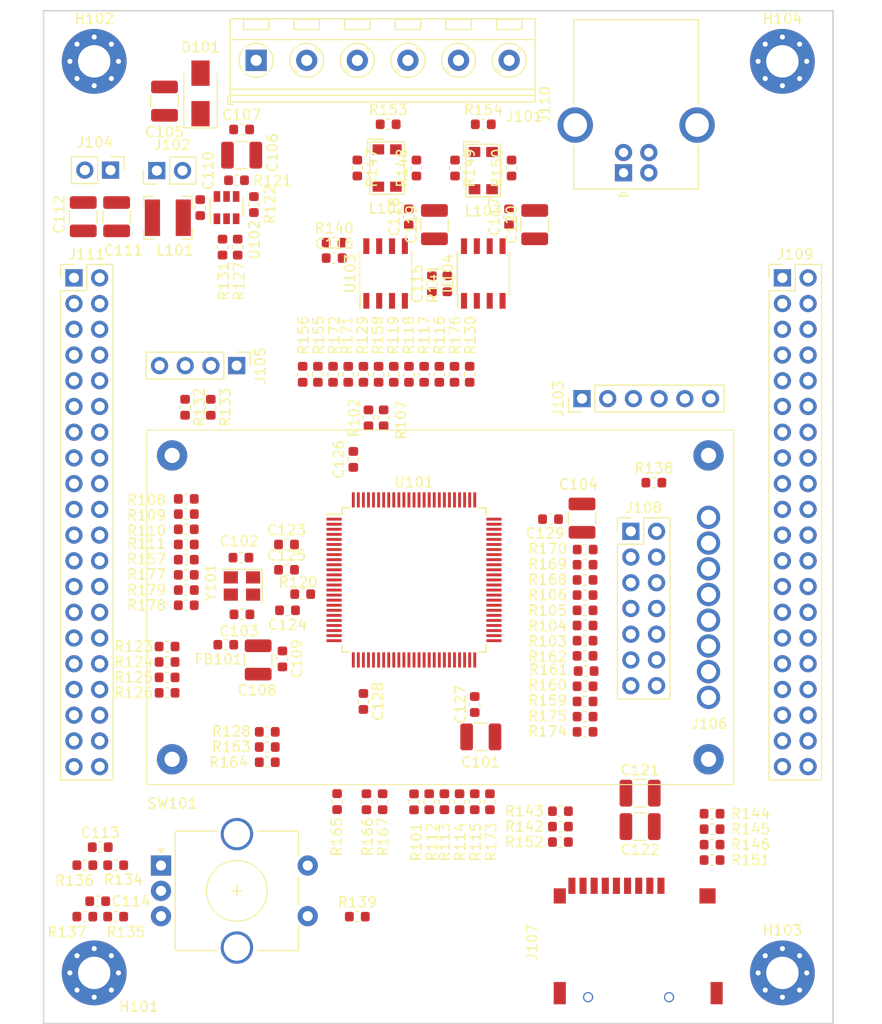
<source format=kicad_pcb>
(kicad_pcb (version 20171130) (host pcbnew 5.0.2-bee76a0~70~ubuntu18.04.1)
  (layers (0 F.Cu signal) (1 In1.Cu power) (2 In2.Cu power) (31 B.Cu signal) (34 B.Paste user) (35 F.Paste user) (36 B.SilkS user) (37 F.SilkS user) (38 B.Mask user) (39 F.Mask user) (44 Edge.Cuts user))
  (net 0 "")
  (net 1 GND)
  (net 2 "Net-(C101-Pad1)")
  (net 3 "Net-(C102-Pad1)")
  (net 4 "Net-(C103-Pad1)")
  (net 5 "Net-(C104-Pad1)")
  (net 6 +24V)
  (net 7 "Net-(C106-Pad1)")
  (net 8 /VREF)
  (net 9 "Net-(C110-Pad1)")
  (net 10 "Net-(C110-Pad2)")
  (net 11 "Net-(C111-Pad1)")
  (net 12 /PC7)
  (net 13 /PC6)
  (net 14 +3V3)
  (net 15 "Net-(D101-Pad2)")
  (net 16 /PA14)
  (net 17 /PA13)
  (net 18 /NRST)
  (net 19 /I2C1_SCL)
  (net 20 /I2C1_SDA)
  (net 21 /DISP_DIN)
  (net 22 /DISP_CLK)
  (net 23 /DISP_CS)
  (net 24 /DISP_DC)
  (net 25 /DISP_RST)
  (net 26 "Net-(J106-Pad8)")
  (net 27 /PB0)
  (net 28 /PB2)
  (net 29 /PD2)
  (net 30 /PC8)
  (net 31 /PB1)
  (net 32 /PC11)
  (net 33 /PE7)
  (net 34 /CAN1_H)
  (net 35 /CAN1_L)
  (net 36 /CAN2_H)
  (net 37 /CAN2_L)
  (net 38 /EN_ROT)
  (net 39 /DIAG_ROT)
  (net 40 /INDEX_ROT)
  (net 41 /STEP_ROT)
  (net 42 /CUR_ROT)
  (net 43 /DIR_ROT)
  (net 44 /EN_Z)
  (net 45 /DIAG_Z)
  (net 46 /INDEX_Z)
  (net 47 /STEP_Z)
  (net 48 /CUR_Z)
  (net 49 /DIR_Z)
  (net 50 /EN_X)
  (net 51 /DIAG_X)
  (net 52 /INDEX_X)
  (net 53 /STEP_X)
  (net 54 /CUR_X)
  (net 55 /DIR_X)
  (net 56 /EN_Y)
  (net 57 /DIAG_Y)
  (net 58 /INDEX_Y)
  (net 59 /STEP_Y)
  (net 60 /CUR_Y)
  (net 61 /DIR_Y)
  (net 62 /PC10)
  (net 63 /PA12)
  (net 64 /PA11)
  (net 65 /PE9)
  (net 66 "Net-(R102-Pad1)")
  (net 67 /PD12)
  (net 68 /PD13)
  (net 69 /PD14)
  (net 70 /PD15)
  (net 71 /PE2)
  (net 72 /PE3)
  (net 73 /PE4)
  (net 74 /PE5)
  (net 75 /PE10)
  (net 76 /PE11)
  (net 77 /PE12)
  (net 78 /PE13)
  (net 79 /PD3)
  (net 80 /PD4)
  (net 81 /PD5)
  (net 82 /PD6)
  (net 83 "Net-(R121-Pad2)")
  (net 84 /PC0)
  (net 85 /PC1)
  (net 86 /PC2)
  (net 87 /PC3)
  (net 88 "Net-(R127-Pad2)")
  (net 89 /PA0)
  (net 90 /PA6)
  (net 91 /PA15)
  (net 92 "Net-(R134-Pad1)")
  (net 93 "Net-(R135-Pad1)")
  (net 94 /DISP_BL)
  (net 95 /ENC_BTN)
  (net 96 "Net-(R140-Pad2)")
  (net 97 "Net-(R141-Pad2)")
  (net 98 /CAN2_RX)
  (net 99 /CAN2_TX)
  (net 100 /CAN1_RX)
  (net 101 /CAN1_TX)
  (net 102 /ENDSTOP_X1)
  (net 103 /ENDSTOP_X2)
  (net 104 /ENDSTOP_Y1)
  (net 105 /ENDSTOP_Y2)
  (net 106 /ENDSTEP_Z1)
  (net 107 /ENDSTOP_Z2)
  (net 108 /ENDSTOP_ROT1)
  (net 109 /ENDSTOP_ROT2)
  (net 110 /INPUT_RES1)
  (net 111 /INPUT_RES2)
  (net 112 /ADC_RES1)
  (net 113 /ADC_RES2)
  (net 114 /ADC_RES3)
  (net 115 /ADC_RES4)
  (net 116 /VENTIL1)
  (net 117 /VENTIL2)
  (net 118 /VACUUM_MOTOR)
  (net 119 /OUTPUT_RES1)
  (net 120 /OUTPUT_RES2)
  (net 121 /OUTPUT_RES3)
  (net 122 /OUTPUT_RES4)
  (net 123 /OUTPUT_RES5)
  (net 124 /OUTPUT_RES6)
  (net 125 /OUTPUT_RES7)
  (net 126 /PB4)
  (net 127 /PE1)
  (net 128 /PE0)
  (net 129 /PE6)
  (net 130 /PD7)
  (net 131 /PD8)
  (net 132 /PD9)
  (net 133 /PD10)
  (net 134 /PD11)
  (net 135 /PA1)
  (net 136 /PA2)
  (net 137 /PA3)
  (net 138 /PA5)
  (net 139 /PA8)
  (net 140 /PA9)
  (net 141 /PA10)
  (net 142 /PB9)
  (net 143 /PB8)
  (net 144 /PB10)
  (net 145 /PB15)
  (net 146 /PB14)
  (net 147 /PC12)
  (net 148 /PC13)
  (net 149 /PC14)
  (net 150 /PC15)
  (net 151 "Net-(L102-Pad3)")
  (net 152 "Net-(L102-Pad1)")
  (net 153 "Net-(L103-Pad1)")
  (net 154 "Net-(L103-Pad3)")
  (module ProjectFootprints:L_CommonModeChoke_Coilcraft_1812CAN (layer F.Cu) (at 113.943 65.532)
    (fp_text reference L102 (at 0 4) (layer F.SilkS))
    (fp_text value DNP)
    (pad 4 smd roundrect (at 0.865 -1.84) (size 1.15 1) (layers F.Cu F.Paste F.Mask) (roundrect_rratio 0.05) (net 35 /CAN1_L))
    (pad 3 smd roundrect (at 0.865 1.84) (size 1.15 1) (layers F.Cu F.Paste F.Mask) (roundrect_rratio 0.05) (net 151 "Net-(L102-Pad3)"))
    (pad 1 smd roundrect (at -0.865 1.84) (size 1.15 1) (layers F.Cu F.Paste F.Mask) (roundrect_rratio 0.05) (net 152 "Net-(L102-Pad1)"))
    (pad 2 smd roundrect (at -0.865 -1.84) (size 1.15 1) (layers F.Cu F.Paste F.Mask) (roundrect_rratio 0.05) (net 34 /CAN1_H))
  )
  (module ProjectFootprints:L_CommonModeChoke_Coilcraft_1812CAN (layer F.Cu) (at 123.444 65.786)
    (fp_text reference L103 (at 0 4) (layer F.SilkS))
    (fp_text value DNP)
    (pad 4 smd roundrect (at 0.865 -1.84) (size 1.15 1) (layers F.Cu F.Paste F.Mask) (roundrect_rratio 0.05) (net 37 /CAN2_L))
    (pad 3 smd roundrect (at 0.865 1.84) (size 1.15 1) (layers F.Cu F.Paste F.Mask) (roundrect_rratio 0.05) (net 154 "Net-(L103-Pad3)"))
    (pad 1 smd roundrect (at -0.865 1.84) (size 1.15 1) (layers F.Cu F.Paste F.Mask) (roundrect_rratio 0.05) (net 153 "Net-(L103-Pad1)"))
    (pad 2 smd roundrect (at -0.865 -1.84) (size 1.15 1) (layers F.Cu F.Paste F.Mask) (roundrect_rratio 0.05) (net 36 /CAN2_H))
  )
  (module Capacitor_SMD:C_1210_3225Metric (layer F.Cu) (at 123.2 121.7)
    (fp_text reference C101 (at -0.01 2.506) (layer F.SilkS))
    (fp_text value "2.2u 50V")
    (pad 2 smd roundrect (at 1.4 0) (size 1.25 2.65) (layers F.Cu F.Paste F.Mask) (roundrect_rratio 0.2) (net 1 GND))
    (pad 1 smd roundrect (at -1.4 0) (size 1.25 2.65) (layers F.Cu F.Paste F.Mask) (roundrect_rratio 0.2) (net 2 "Net-(C101-Pad1)"))
  )
  (module Capacitor_SMD:C_0603_1608Metric (layer F.Cu) (at 99.5 104 180)
    (fp_text reference C102 (at 0.186 1.638 180) (layer F.SilkS))
    (fp_text value "18p 50V")
    (pad 1 smd roundrect (at -0.7875 0 180) (size 0.875 0.95) (layers F.Cu F.Paste F.Mask) (net 3 "Net-(C102-Pad1)"))
    (pad 2 smd roundrect (at 0.7875 0 180) (size 0.875 0.95) (layers F.Cu F.Paste F.Mask) (net 1 GND))
  )
  (module Capacitor_SMD:C_0603_1608Metric (layer F.Cu) (at 99.6 109.6)
    (fp_text reference C103 (at -0.286 1.652) (layer F.SilkS))
    (fp_text value "18p 50V")
    (pad 2 smd roundrect (at 0.7875 0) (size 0.875 0.95) (layers F.Cu F.Paste F.Mask) (net 1 GND))
    (pad 1 smd roundrect (at -0.7875 0) (size 0.875 0.95) (layers F.Cu F.Paste F.Mask) (net 4 "Net-(C103-Pad1)"))
  )
  (module Capacitor_SMD:C_1210_3225Metric (layer F.Cu) (at 133.2 100.1 90)
    (fp_text reference C104 (at 3.326 -0.358 180) (layer F.SilkS))
    (fp_text value "2.2u 50V")
    (pad 1 smd roundrect (at -1.4 0 90) (size 1.25 2.65) (layers F.Cu F.Paste F.Mask) (roundrect_rratio 0.2) (net 5 "Net-(C104-Pad1)"))
    (pad 2 smd roundrect (at 1.4 0 90) (size 1.25 2.65) (layers F.Cu F.Paste F.Mask) (roundrect_rratio 0.2) (net 1 GND))
  )
  (module Capacitor_SMD:C_1210_3225Metric (layer F.Cu) (at 91.948 58.928 90)
    (fp_text reference C105 (at -3.048 0 180) (layer F.SilkS))
    (fp_text value "10u 50V")
    (pad 2 smd roundrect (at 1.4 0 90) (size 1.25 2.65) (layers F.Cu F.Paste F.Mask) (roundrect_rratio 0.2) (net 1 GND))
    (pad 1 smd roundrect (at -1.4 0 90) (size 1.25 2.65) (layers F.Cu F.Paste F.Mask) (roundrect_rratio 0.2) (net 6 +24V))
  )
  (module Capacitor_SMD:C_1210_3225Metric (layer F.Cu) (at 99.568 64.262)
    (fp_text reference C106 (at 3.048 -0.254 90) (layer F.SilkS))
    (fp_text value "10u 50V")
    (pad 2 smd roundrect (at 1.4 0) (size 1.25 2.65) (layers F.Cu F.Paste F.Mask) (roundrect_rratio 0.2) (net 1 GND))
    (pad 1 smd roundrect (at -1.4 0) (size 1.25 2.65) (layers F.Cu F.Paste F.Mask) (roundrect_rratio 0.2) (net 7 "Net-(C106-Pad1)"))
  )
  (module Capacitor_SMD:C_0603_1608Metric (layer F.Cu) (at 99.568 61.722)
    (fp_text reference C107 (at 0 -1.43) (layer F.SilkS))
    (fp_text value "100n 50V")
    (pad 1 smd roundrect (at -0.7875 0) (size 0.875 0.95) (layers F.Cu F.Paste F.Mask) (net 7 "Net-(C106-Pad1)"))
    (pad 2 smd roundrect (at 0.7875 0) (size 0.875 0.95) (layers F.Cu F.Paste F.Mask) (net 1 GND))
  )
  (module Capacitor_SMD:C_1210_3225Metric (layer F.Cu) (at 101.2 114.1 270)
    (fp_text reference C108 (at 2.994 0.108) (layer F.SilkS))
    (fp_text value "10u 50V")
    (pad 2 smd roundrect (at 1.4 0 270) (size 1.25 2.65) (layers F.Cu F.Paste F.Mask) (roundrect_rratio 0.2) (net 1 GND))
    (pad 1 smd roundrect (at -1.4 0 270) (size 1.25 2.65) (layers F.Cu F.Paste F.Mask) (roundrect_rratio 0.2) (net 8 /VREF))
  )
  (module Capacitor_SMD:C_0603_1608Metric (layer F.Cu) (at 103.6 114 270)
    (fp_text reference C109 (at 0 -1.43 270) (layer F.SilkS))
    (fp_text value "100n 50V")
    (pad 2 smd roundrect (at 0.7875 0 270) (size 0.875 0.95) (layers F.Cu F.Paste F.Mask) (net 1 GND))
    (pad 1 smd roundrect (at -0.7875 0 270) (size 0.875 0.95) (layers F.Cu F.Paste F.Mask) (net 8 /VREF))
  )
  (module Capacitor_SMD:C_0603_1608Metric (layer F.Cu) (at 95.478 69.44 270)
    (fp_text reference C110 (at -3.654 -0.788 270) (layer F.SilkS))
    (fp_text value "100n 50V")
    (pad 1 smd roundrect (at -0.7875 0 270) (size 0.875 0.95) (layers F.Cu F.Paste F.Mask) (net 9 "Net-(C110-Pad1)"))
    (pad 2 smd roundrect (at 0.7875 0 270) (size 0.875 0.95) (layers F.Cu F.Paste F.Mask) (net 10 "Net-(C110-Pad2)"))
  )
  (module Capacitor_SMD:C_1210_3225Metric (layer F.Cu) (at 87.216 70.338 270)
    (fp_text reference C111 (at 3.322 -0.668) (layer F.SilkS))
    (fp_text value "10u 50V")
    (pad 1 smd roundrect (at -1.4 0 270) (size 1.25 2.65) (layers F.Cu F.Paste F.Mask) (roundrect_rratio 0.2) (net 11 "Net-(C111-Pad1)"))
    (pad 2 smd roundrect (at 1.4 0 270) (size 1.25 2.65) (layers F.Cu F.Paste F.Mask) (roundrect_rratio 0.2) (net 1 GND))
  )
  (module Capacitor_SMD:C_1210_3225Metric (layer F.Cu) (at 83.916 70.338 270)
    (fp_text reference C112 (at -0.234 2.382 90) (layer F.SilkS))
    (fp_text value "10u 50V")
    (pad 1 smd roundrect (at -1.4 0 270) (size 1.25 2.65) (layers F.Cu F.Paste F.Mask) (roundrect_rratio 0.2) (net 11 "Net-(C111-Pad1)"))
    (pad 2 smd roundrect (at 1.4 0 270) (size 1.25 2.65) (layers F.Cu F.Paste F.Mask) (roundrect_rratio 0.2) (net 1 GND))
  )
  (module Capacitor_SMD:C_0603_1608Metric (layer F.Cu) (at 85.598 132.588)
    (fp_text reference C113 (at 0 -1.43) (layer F.SilkS))
    (fp_text value 100n)
    (pad 2 smd roundrect (at 0.7875 0) (size 0.875 0.95) (layers F.Cu F.Paste F.Mask) (net 12 /PC7))
    (pad 1 smd roundrect (at -0.7875 0) (size 0.875 0.95) (layers F.Cu F.Paste F.Mask) (net 1 GND))
  )
  (module Capacitor_SMD:C_0603_1608Metric (layer F.Cu) (at 85.344 137.922 180)
    (fp_text reference C114 (at -3.302 0 180) (layer F.SilkS))
    (fp_text value 100n)
    (pad 1 smd roundrect (at -0.7875 0 180) (size 0.875 0.95) (layers F.Cu F.Paste F.Mask) (net 13 /PC6))
    (pad 2 smd roundrect (at 0.7875 0 180) (size 0.875 0.95) (layers F.Cu F.Paste F.Mask) (net 1 GND))
  )
  (module Capacitor_SMD:C_0603_1608Metric (layer F.Cu) (at 118.364 76.962 90)
    (fp_text reference C115 (at 0 -1.43 90) (layer F.SilkS))
    (fp_text value 100n)
    (pad 2 smd roundrect (at 0.7875 0 90) (size 0.875 0.95) (layers F.Cu F.Paste F.Mask) (net 1 GND))
    (pad 1 smd roundrect (at -0.7875 0 90) (size 0.875 0.95) (layers F.Cu F.Paste F.Mask) (net 14 +3V3))
  )
  (module Capacitor_SMD:C_0603_1608Metric (layer F.Cu) (at 108.712 74.422)
    (fp_text reference C116 (at 0 -1.43) (layer F.SilkS))
    (fp_text value 100n)
    (pad 2 smd roundrect (at 0.7875 0) (size 0.875 0.95) (layers F.Cu F.Paste F.Mask) (net 1 GND))
    (pad 1 smd roundrect (at -0.7875 0) (size 0.875 0.95) (layers F.Cu F.Paste F.Mask) (net 14 +3V3))
  )
  (module Capacitor_SMD:C_0603_1608Metric (layer F.Cu) (at 125.984 70.358 90)
    (fp_text reference C117 (at 0 -1.43 90) (layer F.SilkS))
    (fp_text value 100n)
    (pad 1 smd roundrect (at -0.7875 0 90) (size 0.875 0.95) (layers F.Cu F.Paste F.Mask) (net 14 +3V3))
    (pad 2 smd roundrect (at 0.7875 0 90) (size 0.875 0.95) (layers F.Cu F.Paste F.Mask) (net 1 GND))
  )
  (module Capacitor_SMD:C_0603_1608Metric (layer F.Cu) (at 116.078 70.358 90)
    (fp_text reference C118 (at 0 -1.43 90) (layer F.SilkS))
    (fp_text value 100n)
    (pad 1 smd roundrect (at -0.7875 0 90) (size 0.875 0.95) (layers F.Cu F.Paste F.Mask) (net 14 +3V3))
    (pad 2 smd roundrect (at 0.7875 0 90) (size 0.875 0.95) (layers F.Cu F.Paste F.Mask) (net 1 GND))
  )
  (module Capacitor_SMD:C_1210_3225Metric (layer F.Cu) (at 118.618 71.12 90)
    (fp_text reference C119 (at 0 -2.28 90) (layer F.SilkS))
    (fp_text value 10u)
    (pad 1 smd roundrect (at -1.4 0 90) (size 1.25 2.65) (layers F.Cu F.Paste F.Mask) (roundrect_rratio 0.2) (net 14 +3V3))
    (pad 2 smd roundrect (at 1.4 0 90) (size 1.25 2.65) (layers F.Cu F.Paste F.Mask) (roundrect_rratio 0.2) (net 1 GND))
  )
  (module Capacitor_SMD:C_1210_3225Metric (layer F.Cu) (at 128.524 71.12 90)
    (fp_text reference C120 (at 0 -2.28 90) (layer F.SilkS))
    (fp_text value 10u)
    (pad 1 smd roundrect (at -1.4 0 90) (size 1.25 2.65) (layers F.Cu F.Paste F.Mask) (roundrect_rratio 0.2) (net 14 +3V3))
    (pad 2 smd roundrect (at 1.4 0 90) (size 1.25 2.65) (layers F.Cu F.Paste F.Mask) (roundrect_rratio 0.2) (net 1 GND))
  )
  (module Capacitor_SMD:C_1210_3225Metric (layer F.Cu) (at 138.938 127.254)
    (fp_text reference C121 (at 0 -2.28) (layer F.SilkS))
    (fp_text value "10u 50V")
    (pad 2 smd roundrect (at 1.4 0) (size 1.25 2.65) (layers F.Cu F.Paste F.Mask) (roundrect_rratio 0.2) (net 1 GND))
    (pad 1 smd roundrect (at -1.4 0) (size 1.25 2.65) (layers F.Cu F.Paste F.Mask) (roundrect_rratio 0.2) (net 14 +3V3))
  )
  (module Capacitor_SMD:C_1210_3225Metric (layer F.Cu) (at 138.938 130.556)
    (fp_text reference C122 (at 0 2.286) (layer F.SilkS))
    (fp_text value "10u 50V")
    (pad 1 smd roundrect (at -1.4 0) (size 1.25 2.65) (layers F.Cu F.Paste F.Mask) (roundrect_rratio 0.2) (net 14 +3V3))
    (pad 2 smd roundrect (at 1.4 0) (size 1.25 2.65) (layers F.Cu F.Paste F.Mask) (roundrect_rratio 0.2) (net 1 GND))
  )
  (module Diode_SMD:D_SMA (layer F.Cu) (at 95.504 58.166 90)
    (fp_text reference D101 (at 4.572 0 180) (layer F.SilkS))
    (fp_text value SS22F-SS2200F)
    (pad 1 smd rect (at -2 0 90) (size 2.5 1.8) (layers F.Cu F.Paste F.Mask) (net 6 +24V))
    (pad 2 smd rect (at 2 0 90) (size 2.5 1.8) (layers F.Cu F.Paste F.Mask) (net 15 "Net-(D101-Pad2)"))
  )
  (module Inductor_SMD:L_0603_1608Metric (layer F.Cu) (at 98 112.6 180)
    (fp_text reference FB101 (at 0.718 -1.43 180) (layer F.SilkS))
    (fp_text value 70R)
    (pad 1 smd roundrect (at -0.7875 0 180) (size 0.875 0.95) (layers F.Cu F.Paste F.Mask) (net 8 /VREF))
    (pad 2 smd roundrect (at 0.7875 0 180) (size 0.875 0.95) (layers F.Cu F.Paste F.Mask) (net 14 +3V3))
  )
  (module Connector_PinHeader_2.54mm:PinHeader_1x02_P2.54mm_Vertical (layer F.Cu) (at 91.186 65.786 90)
    (fp_text reference J102 (at 2.54 1.524 180) (layer F.SilkS))
    (fp_text value Conn_02x01)
    (pad 2 thru_hole oval (at 0 2.54 90) (size 1.7 1.7) (drill 1) (layers *.Cu *.Mask) (net 7 "Net-(C106-Pad1)"))
    (pad 1 thru_hole rect (at 0 0 90) (size 1.7 1.7) (drill 1) (layers *.Cu *.Mask) (net 6 +24V))
  )
  (module Connector_PinHeader_2.54mm:PinHeader_1x06_P2.54mm_Vertical (layer F.Cu) (at 133.2 88.3 90)
    (fp_text reference J103 (at 0 -2.33 90) (layer F.SilkS))
    (fp_text value Conn_01x06_Male)
    (pad 1 thru_hole rect (at 0 0 90) (size 1.7 1.7) (drill 1) (layers *.Cu *.Mask) (net 1 GND))
    (pad 2 thru_hole oval (at 0 2.54 90) (size 1.7 1.7) (drill 1) (layers *.Cu *.Mask) (net 16 /PA14))
    (pad 3 thru_hole oval (at 0 5.08 90) (size 1.7 1.7) (drill 1) (layers *.Cu *.Mask) (net 1 GND))
    (pad 4 thru_hole oval (at 0 7.62 90) (size 1.7 1.7) (drill 1) (layers *.Cu *.Mask) (net 17 /PA13))
    (pad 5 thru_hole oval (at 0 10.16 90) (size 1.7 1.7) (drill 1) (layers *.Cu *.Mask) (net 18 /NRST))
    (pad 6 thru_hole oval (at 0 12.7 90) (size 1.7 1.7) (drill 1) (layers *.Cu *.Mask))
  )
  (module Connector_PinHeader_2.54mm:PinHeader_1x02_P2.54mm_Vertical (layer F.Cu) (at 86.616 65.738 270)
    (fp_text reference J104 (at -2.746 1.526) (layer F.SilkS))
    (fp_text value Conn_02x01)
    (pad 1 thru_hole rect (at 0 0 270) (size 1.7 1.7) (drill 1) (layers *.Cu *.Mask) (net 11 "Net-(C111-Pad1)"))
    (pad 2 thru_hole oval (at 0 2.54 270) (size 1.7 1.7) (drill 1) (layers *.Cu *.Mask) (net 14 +3V3))
  )
  (module Connector_PinHeader_2.54mm:PinHeader_1x04_P2.54mm_Vertical (layer F.Cu) (at 99.078 85.042 270)
    (fp_text reference J105 (at 0 -2.33 270) (layer F.SilkS))
    (fp_text value Conn_01x04_Male)
    (pad 1 thru_hole rect (at 0 0 270) (size 1.7 1.7) (drill 1) (layers *.Cu *.Mask) (net 14 +3V3))
    (pad 2 thru_hole oval (at 0 2.54 270) (size 1.7 1.7) (drill 1) (layers *.Cu *.Mask) (net 19 /I2C1_SCL))
    (pad 3 thru_hole oval (at 0 5.08 270) (size 1.7 1.7) (drill 1) (layers *.Cu *.Mask) (net 20 /I2C1_SDA))
    (pad 4 thru_hole oval (at 0 7.62 270) (size 1.7 1.7) (drill 1) (layers *.Cu *.Mask) (net 1 GND))
  )
  (module ProjectFootprints:ST7789_Waveshare (layer F.Cu) (at 145.7 117.8)
    (fp_text reference J106 (at 0.096 2.596) (layer F.SilkS))
    (fp_text value Conn_01x08_Male)
    (pad 1 thru_hole circle (at 0 0) (size 2.3 2.3) (drill 1.5) (layers *.Cu *.Mask) (net 14 +3V3))
    (pad 2 thru_hole circle (at 0 -2.54) (size 2.3 2.3) (drill 1.5) (layers *.Cu *.Mask) (net 1 GND))
    (pad 3 thru_hole circle (at 0 -5.08) (size 2.3 2.3) (drill 1.5) (layers *.Cu *.Mask) (net 21 /DISP_DIN))
    (pad 4 thru_hole circle (at 0 -7.62) (size 2.3 2.3) (drill 1.5) (layers *.Cu *.Mask) (net 22 /DISP_CLK))
    (pad 5 thru_hole circle (at 0 -10.16) (size 2.3 2.3) (drill 1.5) (layers *.Cu *.Mask) (net 23 /DISP_CS))
    (pad 6 thru_hole circle (at 0 -12.7) (size 2.3 2.3) (drill 1.5) (layers *.Cu *.Mask) (net 24 /DISP_DC))
    (pad 7 thru_hole circle (at 0 -15.24) (size 2.3 2.3) (drill 1.5) (layers *.Cu *.Mask) (net 25 /DISP_RST))
    (pad 8 thru_hole circle (at 0 -17.78) (size 2.3 2.3) (drill 1.5) (layers *.Cu *.Mask) (net 26 "Net-(J106-Pad8)"))
    (pad "" np_thru_hole circle (at 0 -23.89) (size 3 3) (drill 1.5) (layers *.Cu *.Mask))
    (pad "" np_thru_hole circle (at -53 -23.89) (size 3 3) (drill 1.5) (layers *.Cu *.Mask))
    (pad "" np_thru_hole circle (at 0 6.11) (size 3 3) (drill 1.5) (layers *.Cu *.Mask))
    (pad "" np_thru_hole circle (at -53 6.11) (size 3 3) (drill 1.5) (layers *.Cu *.Mask))
  )
  (module ProjectFootprints:TF-115-BCP9 (layer F.Cu) (at 131 147)
    (fp_text reference J107 (at -2.73 -5.014 90) (layer F.SilkS))
    (fp_text value Micro_SD_Card_Det)
    (pad 10 smd rect (at 0 0) (size 1.2 2.2) (layers F.Cu F.Paste F.Mask) (net 1 GND))
    (pad 10 smd rect (at 15.5 0) (size 1.2 2.2) (layers F.Cu F.Paste F.Mask) (net 1 GND))
    (pad 10 smd rect (at 0 -9.6) (size 1.2 1.5) (layers F.Cu F.Paste F.Mask) (net 1 GND))
    (pad 8 smd rect (at 2.3 -10.6) (size 0.7 1.6) (layers F.Cu F.Paste F.Mask) (net 27 /PB0))
    (pad 6 smd rect (at 4.5 -10.6) (size 0.7 1.6) (layers F.Cu F.Paste F.Mask) (net 1 GND))
    (pad 5 smd rect (at 5.6 -10.6) (size 0.7 1.6) (layers F.Cu F.Paste F.Mask) (net 28 /PB2))
    (pad 4 smd rect (at 6.7 -10.6) (size 0.7 1.6) (layers F.Cu F.Paste F.Mask) (net 14 +3V3))
    (pad 3 smd rect (at 7.8 -10.6) (size 0.7 1.6) (layers F.Cu F.Paste F.Mask) (net 29 /PD2))
    (pad 7 smd rect (at 3.4 -10.6) (size 0.7 1.6) (layers F.Cu F.Paste F.Mask) (net 30 /PC8))
    (pad 1 smd rect (at 10 -10.6) (size 0.7 1.6) (layers F.Cu F.Paste F.Mask) (net 31 /PB1))
    (pad 2 smd rect (at 8.9 -10.6) (size 0.7 1.6) (layers F.Cu F.Paste F.Mask) (net 32 /PC11))
    (pad 10 smd rect (at 14.6 -9.6) (size 1.6 1.5) (layers F.Cu F.Paste F.Mask) (net 1 GND))
    (pad 9 smd rect (at 1.2 -10.6) (size 0.7 1.6) (layers F.Cu F.Paste F.Mask) (net 33 /PE7))
    (pad "" np_thru_hole circle (at 2.8 0.4) (size 1 1) (drill 0.762) (layers *.Cu *.Mask))
    (pad "" np_thru_hole circle (at 10.8 0.4) (size 1 1) (drill 0.762) (layers *.Cu *.Mask))
  )
  (module Connector_PinHeader_2.54mm:PinHeader_2x20_P2.54mm_Vertical (layer F.Cu) (at 153 76.375)
    (fp_text reference J109 (at 1.27 -2.33) (layer F.SilkS))
    (fp_text value Conn_02x20_Odd_Even)
    (pad 1 thru_hole rect (at 0 0) (size 1.7 1.7) (drill 1) (layers *.Cu *.Mask) (net 38 /EN_ROT))
    (pad 2 thru_hole oval (at 2.54 0) (size 1.7 1.7) (drill 1) (layers *.Cu *.Mask) (net 39 /DIAG_ROT))
    (pad 3 thru_hole oval (at 0 2.54) (size 1.7 1.7) (drill 1) (layers *.Cu *.Mask) (net 40 /INDEX_ROT))
    (pad 4 thru_hole oval (at 2.54 2.54) (size 1.7 1.7) (drill 1) (layers *.Cu *.Mask) (net 41 /STEP_ROT))
    (pad 5 thru_hole oval (at 0 5.08) (size 1.7 1.7) (drill 1) (layers *.Cu *.Mask) (net 42 /CUR_ROT))
    (pad 6 thru_hole oval (at 2.54 5.08) (size 1.7 1.7) (drill 1) (layers *.Cu *.Mask) (net 43 /DIR_ROT))
    (pad 7 thru_hole oval (at 0 7.62) (size 1.7 1.7) (drill 1) (layers *.Cu *.Mask) (net 44 /EN_Z))
    (pad 8 thru_hole oval (at 2.54 7.62) (size 1.7 1.7) (drill 1) (layers *.Cu *.Mask) (net 45 /DIAG_Z))
    (pad 9 thru_hole oval (at 0 10.16) (size 1.7 1.7) (drill 1) (layers *.Cu *.Mask) (net 46 /INDEX_Z))
    (pad 10 thru_hole oval (at 2.54 10.16) (size 1.7 1.7) (drill 1) (layers *.Cu *.Mask) (net 47 /STEP_Z))
    (pad 11 thru_hole oval (at 0 12.7) (size 1.7 1.7) (drill 1) (layers *.Cu *.Mask) (net 48 /CUR_Z))
    (pad 12 thru_hole oval (at 2.54 12.7) (size 1.7 1.7) (drill 1) (layers *.Cu *.Mask) (net 49 /DIR_Z))
    (pad 13 thru_hole oval (at 0 15.24) (size 1.7 1.7) (drill 1) (layers *.Cu *.Mask) (net 1 GND))
    (pad 14 thru_hole oval (at 2.54 15.24) (size 1.7 1.7) (drill 1) (layers *.Cu *.Mask) (net 1 GND))
    (pad 15 thru_hole oval (at 0 17.78) (size 1.7 1.7) (drill 1) (layers *.Cu *.Mask) (net 1 GND))
    (pad 16 thru_hole oval (at 2.54 17.78) (size 1.7 1.7) (drill 1) (layers *.Cu *.Mask) (net 1 GND))
    (pad 17 thru_hole oval (at 0 20.32) (size 1.7 1.7) (drill 1) (layers *.Cu *.Mask) (net 50 /EN_X))
    (pad 18 thru_hole oval (at 2.54 20.32) (size 1.7 1.7) (drill 1) (layers *.Cu *.Mask) (net 51 /DIAG_X))
    (pad 19 thru_hole oval (at 0 22.86) (size 1.7 1.7) (drill 1) (layers *.Cu *.Mask) (net 52 /INDEX_X))
    (pad 20 thru_hole oval (at 2.54 22.86) (size 1.7 1.7) (drill 1) (layers *.Cu *.Mask) (net 53 /STEP_X))
    (pad 21 thru_hole oval (at 0 25.4) (size 1.7 1.7) (drill 1) (layers *.Cu *.Mask) (net 54 /CUR_X))
    (pad 22 thru_hole oval (at 2.54 25.4) (size 1.7 1.7) (drill 1) (layers *.Cu *.Mask) (net 55 /DIR_X))
    (pad 23 thru_hole oval (at 0 27.94) (size 1.7 1.7) (drill 1) (layers *.Cu *.Mask) (net 56 /EN_Y))
    (pad 24 thru_hole oval (at 2.54 27.94) (size 1.7 1.7) (drill 1) (layers *.Cu *.Mask) (net 57 /DIAG_Y))
    (pad 25 thru_hole oval (at 0 30.48) (size 1.7 1.7) (drill 1) (layers *.Cu *.Mask) (net 58 /INDEX_Y))
    (pad 26 thru_hole oval (at 2.54 30.48) (size 1.7 1.7) (drill 1) (layers *.Cu *.Mask) (net 59 /STEP_Y))
    (pad 27 thru_hole oval (at 0 33.02) (size 1.7 1.7) (drill 1) (layers *.Cu *.Mask) (net 60 /CUR_Y))
    (pad 28 thru_hole oval (at 2.54 33.02) (size 1.7 1.7) (drill 1) (layers *.Cu *.Mask) (net 61 /DIR_Y))
    (pad 29 thru_hole oval (at 0 35.56) (size 1.7 1.7) (drill 1) (layers *.Cu *.Mask) (net 1 GND))
    (pad 30 thru_hole oval (at 2.54 35.56) (size 1.7 1.7) (drill 1) (layers *.Cu *.Mask) (net 1 GND))
    (pad 31 thru_hole oval (at 0 38.1) (size 1.7 1.7) (drill 1) (layers *.Cu *.Mask) (net 1 GND))
    (pad 32 thru_hole oval (at 2.54 38.1) (size 1.7 1.7) (drill 1) (layers *.Cu *.Mask) (net 62 /PC10))
    (pad 33 thru_hole oval (at 0 40.64) (size 1.7 1.7) (drill 1) (layers *.Cu *.Mask) (net 1 GND))
    (pad 34 thru_hole oval (at 2.54 40.64) (size 1.7 1.7) (drill 1) (layers *.Cu *.Mask) (net 1 GND))
    (pad 35 thru_hole oval (at 0 43.18) (size 1.7 1.7) (drill 1) (layers *.Cu *.Mask) (net 1 GND))
    (pad 36 thru_hole oval (at 2.54 43.18) (size 1.7 1.7) (drill 1) (layers *.Cu *.Mask) (net 1 GND))
    (pad 37 thru_hole oval (at 0 45.72) (size 1.7 1.7) (drill 1) (layers *.Cu *.Mask) (net 14 +3V3))
    (pad 38 thru_hole oval (at 2.54 45.72) (size 1.7 1.7) (drill 1) (layers *.Cu *.Mask) (net 14 +3V3))
    (pad 39 thru_hole oval (at 0 48.26) (size 1.7 1.7) (drill 1) (layers *.Cu *.Mask) (net 1 GND))
    (pad 40 thru_hole oval (at 2.54 48.26) (size 1.7 1.7) (drill 1) (layers *.Cu *.Mask) (net 1 GND))
  )
  (module Connector_USB:USB_B_OST_USB-B1HSxx_Horizontal (layer F.Cu) (at 137.3 66 90)
    (fp_text reference J110 (at 6.76 -7.77 90) (layer F.SilkS))
    (fp_text value USB_B_Mini)
    (pad 1 thru_hole rect (at 0 0 90) (size 1.7 1.7) (drill 0.92) (layers *.Cu *.Mask))
    (pad 2 thru_hole circle (at 0 2.5 90) (size 1.7 1.7) (drill 0.92) (layers *.Cu *.Mask) (net 63 /PA12))
    (pad 3 thru_hole circle (at 2 2.5 90) (size 1.7 1.7) (drill 0.92) (layers *.Cu *.Mask) (net 64 /PA11))
    (pad 4 thru_hole circle (at 2 0 90) (size 1.7 1.7) (drill 0.92) (layers *.Cu *.Mask) (net 1 GND))
    (pad 5 thru_hole circle (at 4.71 -4.77 90) (size 3.5 3.5) (drill 2.33) (layers *.Cu *.Mask) (net 1 GND))
    (pad 5 thru_hole circle (at 4.71 7.27 90) (size 3.5 3.5) (drill 2.33) (layers *.Cu *.Mask) (net 1 GND))
  )
  (module Inductor_SMD:L_Bourns-SRN4018 (layer F.Cu) (at 92.278 70.44 180)
    (fp_text reference L101 (at -0.686 -3.22 180) (layer F.SilkS))
    (fp_text value "12u  SRN4018")
    (pad 1 smd rect (at -1.525 0 180) (size 1.5 3.6) (layers F.Cu F.Paste F.Mask) (net 9 "Net-(C110-Pad1)"))
    (pad 2 smd rect (at 1.525 0 180) (size 1.5 3.6) (layers F.Cu F.Paste F.Mask) (net 11 "Net-(C111-Pad1)"))
  )
  (module Resistor_SMD:R_0603_1608Metric (layer F.Cu) (at 116.6 128.1125 90)
    (fp_text reference R101 (at -3.9675 0.24 90) (layer F.SilkS))
    (fp_text value 1K)
    (pad 2 smd roundrect (at 0.7875 0 90) (size 0.875 0.95) (layers F.Cu F.Paste F.Mask) (net 65 /PE9))
    (pad 1 smd roundrect (at -0.7875 0 90) (size 0.875 0.95) (layers F.Cu F.Paste F.Mask) (net 47 /STEP_Z))
  )
  (module Resistor_SMD:R_0603_1608Metric (layer F.Cu) (at 112.1 90.2 90)
    (fp_text reference R102 (at 0 -1.43 90) (layer F.SilkS))
    (fp_text value DNP)
    (pad 2 smd roundrect (at 0.7875 0 90) (size 0.875 0.95) (layers F.Cu F.Paste F.Mask) (net 14 +3V3))
    (pad 1 smd roundrect (at -0.7875 0 90) (size 0.875 0.95) (layers F.Cu F.Paste F.Mask) (net 66 "Net-(R102-Pad1)"))
  )
  (module Resistor_SMD:R_0603_1608Metric (layer F.Cu) (at 133.5 112.2 180)
    (fp_text reference R103 (at 3.706 -0.068 180) (layer F.SilkS))
    (fp_text value 1K)
    (pad 2 smd roundrect (at 0.7875 0 180) (size 0.875 0.95) (layers F.Cu F.Paste F.Mask) (net 67 /PD12))
    (pad 1 smd roundrect (at -0.7875 0 180) (size 0.875 0.95) (layers F.Cu F.Paste F.Mask) (net 42 /CUR_ROT))
  )
  (module Resistor_SMD:R_0603_1608Metric (layer F.Cu) (at 133.5 110.7 180)
    (fp_text reference R104 (at 3.706 -0.044 180) (layer F.SilkS))
    (fp_text value 1K)
    (pad 1 smd roundrect (at -0.7875 0 180) (size 0.875 0.95) (layers F.Cu F.Paste F.Mask) (net 48 /CUR_Z))
    (pad 2 smd roundrect (at 0.7875 0 180) (size 0.875 0.95) (layers F.Cu F.Paste F.Mask) (net 68 /PD13))
  )
  (module Resistor_SMD:R_0603_1608Metric (layer F.Cu) (at 133.5 109.2 180)
    (fp_text reference R105 (at 3.706 -0.02 180) (layer F.SilkS))
    (fp_text value 1K)
    (pad 1 smd roundrect (at -0.7875 0 180) (size 0.875 0.95) (layers F.Cu F.Paste F.Mask) (net 54 /CUR_X))
    (pad 2 smd roundrect (at 0.7875 0 180) (size 0.875 0.95) (layers F.Cu F.Paste F.Mask) (net 69 /PD14))
  )
  (module Resistor_SMD:R_0603_1608Metric (layer F.Cu) (at 133.5 107.7 180)
    (fp_text reference R106 (at 3.706 0.004 180) (layer F.SilkS))
    (fp_text value 1K)
    (pad 2 smd roundrect (at 0.7875 0 180) (size 0.875 0.95) (layers F.Cu F.Paste F.Mask) (net 70 /PD15))
    (pad 1 smd roundrect (at -0.7875 0 180) (size 0.875 0.95) (layers F.Cu F.Paste F.Mask) (net 60 /CUR_Y))
  )
  (module Resistor_SMD:R_0603_1608Metric (layer F.Cu) (at 113.6 90.2 90)
    (fp_text reference R107 (at -0.224 1.716 90) (layer F.SilkS))
    (fp_text value 10K)
    (pad 1 smd roundrect (at -0.7875 0 90) (size 0.875 0.95) (layers F.Cu F.Paste F.Mask) (net 66 "Net-(R102-Pad1)"))
    (pad 2 smd roundrect (at 0.7875 0 90) (size 0.875 0.95) (layers F.Cu F.Paste F.Mask) (net 1 GND))
  )
  (module Resistor_SMD:R_0603_1608Metric (layer F.Cu) (at 94.1 98.2)
    (fp_text reference R108 (at -3.93 0.098) (layer F.SilkS))
    (fp_text value 1K)
    (pad 1 smd roundrect (at -0.7875 0) (size 0.875 0.95) (layers F.Cu F.Paste F.Mask) (net 44 /EN_Z))
    (pad 2 smd roundrect (at 0.7875 0) (size 0.875 0.95) (layers F.Cu F.Paste F.Mask) (net 71 /PE2))
  )
  (module Resistor_SMD:R_0603_1608Metric (layer F.Cu) (at 94.1 99.7)
    (fp_text reference R109 (at -3.93 0.122) (layer F.SilkS))
    (fp_text value 1K)
    (pad 2 smd roundrect (at 0.7875 0) (size 0.875 0.95) (layers F.Cu F.Paste F.Mask) (net 72 /PE3))
    (pad 1 smd roundrect (at -0.7875 0) (size 0.875 0.95) (layers F.Cu F.Paste F.Mask) (net 45 /DIAG_Z))
  )
  (module Resistor_SMD:R_0603_1608Metric (layer F.Cu) (at 94.1 101.2)
    (fp_text reference R110 (at -3.93 0.146) (layer F.SilkS))
    (fp_text value 1K)
    (pad 2 smd roundrect (at 0.7875 0) (size 0.875 0.95) (layers F.Cu F.Paste F.Mask) (net 73 /PE4))
    (pad 1 smd roundrect (at -0.7875 0) (size 0.875 0.95) (layers F.Cu F.Paste F.Mask) (net 46 /INDEX_Z))
  )
  (module Resistor_SMD:R_0603_1608Metric (layer F.Cu) (at 94.1 102.7)
    (fp_text reference R111 (at -3.93 -0.084) (layer F.SilkS))
    (fp_text value 1K)
    (pad 1 smd roundrect (at -0.7875 0) (size 0.875 0.95) (layers F.Cu F.Paste F.Mask) (net 49 /DIR_Z))
    (pad 2 smd roundrect (at 0.7875 0) (size 0.875 0.95) (layers F.Cu F.Paste F.Mask) (net 74 /PE5))
  )
  (module Resistor_SMD:R_0603_1608Metric (layer F.Cu) (at 118.1 128.1 90)
    (fp_text reference R112 (at -3.98 0.264 90) (layer F.SilkS))
    (fp_text value 1K)
    (pad 1 smd roundrect (at -0.7875 0 90) (size 0.875 0.95) (layers F.Cu F.Paste F.Mask) (net 50 /EN_X))
    (pad 2 smd roundrect (at 0.7875 0 90) (size 0.875 0.95) (layers F.Cu F.Paste F.Mask) (net 75 /PE10))
  )
  (module Resistor_SMD:R_0603_1608Metric (layer F.Cu) (at 119.6 128.1 90)
    (fp_text reference R113 (at -3.98 0.034 90) (layer F.SilkS))
    (fp_text value 1K)
    (pad 2 smd roundrect (at 0.7875 0 90) (size 0.875 0.95) (layers F.Cu F.Paste F.Mask) (net 76 /PE11))
    (pad 1 smd roundrect (at -0.7875 0 90) (size 0.875 0.95) (layers F.Cu F.Paste F.Mask) (net 51 /DIAG_X))
  )
  (module Resistor_SMD:R_0603_1608Metric (layer F.Cu) (at 121.1 128.1 90)
    (fp_text reference R114 (at -3.98 0.058 90) (layer F.SilkS))
    (fp_text value 1K)
    (pad 2 smd roundrect (at 0.7875 0 90) (size 0.875 0.95) (layers F.Cu F.Paste F.Mask) (net 77 /PE12))
    (pad 1 smd roundrect (at -0.7875 0 90) (size 0.875 0.95) (layers F.Cu F.Paste F.Mask) (net 52 /INDEX_X))
  )
  (module Resistor_SMD:R_0603_1608Metric (layer F.Cu) (at 122.6 128.1 90)
    (fp_text reference R115 (at -3.98 0.082 90) (layer F.SilkS))
    (fp_text value 1K)
    (pad 1 smd roundrect (at -0.7875 0 90) (size 0.875 0.95) (layers F.Cu F.Paste F.Mask) (net 55 /DIR_X))
    (pad 2 smd roundrect (at 0.7875 0 90) (size 0.875 0.95) (layers F.Cu F.Paste F.Mask) (net 78 /PE13))
  )
  (module Resistor_SMD:R_0603_1608Metric (layer F.Cu) (at 119.1 85.9 270)
    (fp_text reference R116 (at -3.858 -0.026 270) (layer F.SilkS))
    (fp_text value 1K)
    (pad 1 smd roundrect (at -0.7875 0 270) (size 0.875 0.95) (layers F.Cu F.Paste F.Mask) (net 56 /EN_Y))
    (pad 2 smd roundrect (at 0.7875 0 270) (size 0.875 0.95) (layers F.Cu F.Paste F.Mask) (net 79 /PD3))
  )
  (module Resistor_SMD:R_0603_1608Metric (layer F.Cu) (at 117.6 85.9 270)
    (fp_text reference R117 (at -3.858 -0.002 270) (layer F.SilkS))
    (fp_text value 1K)
    (pad 2 smd roundrect (at 0.7875 0 270) (size 0.875 0.95) (layers F.Cu F.Paste F.Mask) (net 80 /PD4))
    (pad 1 smd roundrect (at -0.7875 0 270) (size 0.875 0.95) (layers F.Cu F.Paste F.Mask) (net 57 /DIAG_Y))
  )
  (module Resistor_SMD:R_0603_1608Metric (layer F.Cu) (at 116.1 85.9 270)
    (fp_text reference R118 (at -3.858 0.022 270) (layer F.SilkS))
    (fp_text value 1K)
    (pad 2 smd roundrect (at 0.7875 0 270) (size 0.875 0.95) (layers F.Cu F.Paste F.Mask) (net 81 /PD5))
    (pad 1 smd roundrect (at -0.7875 0 270) (size 0.875 0.95) (layers F.Cu F.Paste F.Mask) (net 58 /INDEX_Y))
  )
  (module Resistor_SMD:R_0603_1608Metric (layer F.Cu) (at 114.6 85.9 270)
    (fp_text reference R119 (at -3.858 0.046 270) (layer F.SilkS))
    (fp_text value 1K)
    (pad 1 smd roundrect (at -0.7875 0 270) (size 0.875 0.95) (layers F.Cu F.Paste F.Mask) (net 61 /DIR_Y))
    (pad 2 smd roundrect (at 0.7875 0 270) (size 0.875 0.95) (layers F.Cu F.Paste F.Mask) (net 82 /PD6))
  )
  (module Resistor_SMD:R_0603_1608Metric (layer F.Cu) (at 105.6 107.6 180)
    (fp_text reference R120 (at 0.444 1.174 180) (layer F.SilkS))
    (fp_text value 10K)
    (pad 2 smd roundrect (at 0.7875 0 180) (size 0.875 0.95) (layers F.Cu F.Paste F.Mask) (net 14 +3V3))
    (pad 1 smd roundrect (at -0.7875 0 180) (size 0.875 0.95) (layers F.Cu F.Paste F.Mask) (net 18 /NRST))
  )
  (module Resistor_SMD:R_0603_1608Metric (layer F.Cu) (at 99.06 66.74)
    (fp_text reference R121 (at 3.556 0.062) (layer F.SilkS))
    (fp_text value 51K)
    (pad 2 smd roundrect (at 0.7875 0) (size 0.875 0.95) (layers F.Cu F.Paste F.Mask) (net 83 "Net-(R121-Pad2)"))
    (pad 1 smd roundrect (at -0.7875 0) (size 0.875 0.95) (layers F.Cu F.Paste F.Mask) (net 7 "Net-(C106-Pad1)"))
  )
  (module Resistor_SMD:R_0603_1608Metric (layer F.Cu) (at 100.778 69.14 90)
    (fp_text reference R122 (at 0 1.584 90) (layer F.SilkS))
    (fp_text value 51K)
    (pad 1 smd roundrect (at -0.7875 0 90) (size 0.875 0.95) (layers F.Cu F.Paste F.Mask) (net 1 GND))
    (pad 2 smd roundrect (at 0.7875 0 90) (size 0.875 0.95) (layers F.Cu F.Paste F.Mask) (net 83 "Net-(R121-Pad2)"))
  )
  (module Resistor_SMD:R_0603_1608Metric (layer F.Cu) (at 92.202 112.776 180)
    (fp_text reference R123 (at 3.302 0 180) (layer F.SilkS))
    (fp_text value 1K)
    (pad 2 smd roundrect (at 0.7875 0 180) (size 0.875 0.95) (layers F.Cu F.Paste F.Mask) (net 38 /EN_ROT))
    (pad 1 smd roundrect (at -0.7875 0 180) (size 0.875 0.95) (layers F.Cu F.Paste F.Mask) (net 84 /PC0))
  )
  (module Resistor_SMD:R_0603_1608Metric (layer F.Cu) (at 92.202 114.3 180)
    (fp_text reference R124 (at 3.302 0 180) (layer F.SilkS))
    (fp_text value 1K)
    (pad 1 smd roundrect (at -0.7875 0 180) (size 0.875 0.95) (layers F.Cu F.Paste F.Mask) (net 85 /PC1))
    (pad 2 smd roundrect (at 0.7875 0 180) (size 0.875 0.95) (layers F.Cu F.Paste F.Mask) (net 39 /DIAG_ROT))
  )
  (module Resistor_SMD:R_0603_1608Metric (layer F.Cu) (at 92.202 115.824 180)
    (fp_text reference R125 (at 3.302 0 180) (layer F.SilkS))
    (fp_text value 1K)
    (pad 2 smd roundrect (at 0.7875 0 180) (size 0.875 0.95) (layers F.Cu F.Paste F.Mask) (net 40 /INDEX_ROT))
    (pad 1 smd roundrect (at -0.7875 0 180) (size 0.875 0.95) (layers F.Cu F.Paste F.Mask) (net 86 /PC2))
  )
  (module Resistor_SMD:R_0603_1608Metric (layer F.Cu) (at 92.202 117.348 180)
    (fp_text reference R126 (at 3.302 0 180) (layer F.SilkS))
    (fp_text value 1K)
    (pad 1 smd roundrect (at -0.7875 0 180) (size 0.875 0.95) (layers F.Cu F.Paste F.Mask) (net 87 /PC3))
    (pad 2 smd roundrect (at 0.7875 0 180) (size 0.875 0.95) (layers F.Cu F.Paste F.Mask) (net 43 /DIR_ROT))
  )
  (module Resistor_SMD:R_0603_1608Metric (layer F.Cu) (at 99.178 73.34 90)
    (fp_text reference R127 (at -3.368 0.136 90) (layer F.SilkS))
    (fp_text value 22K1)
    (pad 1 smd roundrect (at -0.7875 0 90) (size 0.875 0.95) (layers F.Cu F.Paste F.Mask) (net 1 GND))
    (pad 2 smd roundrect (at 0.7875 0 90) (size 0.875 0.95) (layers F.Cu F.Paste F.Mask) (net 88 "Net-(R127-Pad2)"))
  )
  (module Resistor_SMD:R_0603_1608Metric (layer F.Cu) (at 102.1 121.2 180)
    (fp_text reference R128 (at 3.548 0.042 180) (layer F.SilkS))
    (fp_text value 1K)
    (pad 1 smd roundrect (at -0.7875 0 180) (size 0.875 0.95) (layers F.Cu F.Paste F.Mask) (net 89 /PA0))
    (pad 2 smd roundrect (at 0.7875 0 180) (size 0.875 0.95) (layers F.Cu F.Paste F.Mask) (net 59 /STEP_Y))
  )
  (module Resistor_SMD:R_0603_1608Metric (layer F.Cu) (at 111.6 85.9 90)
    (fp_text reference R129 (at 3.858 -0.094 90) (layer F.SilkS))
    (fp_text value 1K)
    (pad 2 smd roundrect (at 0.7875 0 90) (size 0.875 0.95) (layers F.Cu F.Paste F.Mask) (net 41 /STEP_ROT))
    (pad 1 smd roundrect (at -0.7875 0 90) (size 0.875 0.95) (layers F.Cu F.Paste F.Mask) (net 126 /PB4))
  )
  (module Resistor_SMD:R_0603_1608Metric (layer F.Cu) (at 122.1 85.9 90)
    (fp_text reference R130 (at 3.858 0.074 90) (layer F.SilkS))
    (fp_text value 1K)
    (pad 2 smd roundrect (at 0.7875 0 90) (size 0.875 0.95) (layers F.Cu F.Paste F.Mask) (net 53 /STEP_X))
    (pad 1 smd roundrect (at -0.7875 0 90) (size 0.875 0.95) (layers F.Cu F.Paste F.Mask) (net 91 /PA15))
  )
  (module Resistor_SMD:R_0603_1608Metric (layer F.Cu) (at 97.678 73.34 270)
    (fp_text reference R131 (at 3.368 -0.112 270) (layer F.SilkS))
    (fp_text value 51K)
    (pad 2 smd roundrect (at 0.7875 0 270) (size 0.875 0.95) (layers F.Cu F.Paste F.Mask) (net 11 "Net-(C111-Pad1)"))
    (pad 1 smd roundrect (at -0.7875 0 270) (size 0.875 0.95) (layers F.Cu F.Paste F.Mask) (net 88 "Net-(R127-Pad2)"))
  )
  (module Resistor_SMD:R_0603_1608Metric (layer F.Cu) (at 93.98 89.154 270)
    (fp_text reference R132 (at 0 -1.43 270) (layer F.SilkS))
    (fp_text value 1K)
    (pad 2 smd roundrect (at 0.7875 0 270) (size 0.875 0.95) (layers F.Cu F.Paste F.Mask) (net 14 +3V3))
    (pad 1 smd roundrect (at -0.7875 0 270) (size 0.875 0.95) (layers F.Cu F.Paste F.Mask) (net 20 /I2C1_SDA))
  )
  (module Resistor_SMD:R_0603_1608Metric (layer F.Cu) (at 96.52 89.154 270)
    (fp_text reference R133 (at 0 -1.43 270) (layer F.SilkS))
    (fp_text value 1K)
    (pad 1 smd roundrect (at -0.7875 0 270) (size 0.875 0.95) (layers F.Cu F.Paste F.Mask) (net 19 /I2C1_SCL))
    (pad 2 smd roundrect (at 0.7875 0 270) (size 0.875 0.95) (layers F.Cu F.Paste F.Mask) (net 14 +3V3))
  )
  (module Resistor_SMD:R_0603_1608Metric (layer F.Cu) (at 87.122 134.366 180)
    (fp_text reference R134 (at -0.762 -1.43 180) (layer F.SilkS))
    (fp_text value 10K)
    (pad 2 smd roundrect (at 0.7875 0 180) (size 0.875 0.95) (layers F.Cu F.Paste F.Mask) (net 12 /PC7))
    (pad 1 smd roundrect (at -0.7875 0 180) (size 0.875 0.95) (layers F.Cu F.Paste F.Mask) (net 92 "Net-(R134-Pad1)"))
  )
  (module Resistor_SMD:R_0603_1608Metric (layer F.Cu) (at 87.122 139.446 180)
    (fp_text reference R135 (at -1.016 -1.524 180) (layer F.SilkS))
    (fp_text value 10K)
    (pad 1 smd roundrect (at -0.7875 0 180) (size 0.875 0.95) (layers F.Cu F.Paste F.Mask) (net 93 "Net-(R135-Pad1)"))
    (pad 2 smd roundrect (at 0.7875 0 180) (size 0.875 0.95) (layers F.Cu F.Paste F.Mask) (net 13 /PC6))
  )
  (module Resistor_SMD:R_0603_1608Metric (layer F.Cu) (at 84.074 134.366)
    (fp_text reference R136 (at -1.016 1.524) (layer F.SilkS))
    (fp_text value 1K)
    (pad 1 smd roundrect (at -0.7875 0) (size 0.875 0.95) (layers F.Cu F.Paste F.Mask) (net 14 +3V3))
    (pad 2 smd roundrect (at 0.7875 0) (size 0.875 0.95) (layers F.Cu F.Paste F.Mask) (net 92 "Net-(R134-Pad1)"))
  )
  (module Resistor_SMD:R_0603_1608Metric (layer F.Cu) (at 84.074 139.446)
    (fp_text reference R137 (at -1.778 1.524) (layer F.SilkS))
    (fp_text value 1K)
    (pad 2 smd roundrect (at 0.7875 0) (size 0.875 0.95) (layers F.Cu F.Paste F.Mask) (net 93 "Net-(R135-Pad1)"))
    (pad 1 smd roundrect (at -0.7875 0) (size 0.875 0.95) (layers F.Cu F.Paste F.Mask) (net 14 +3V3))
  )
  (module Resistor_SMD:R_0603_1608Metric (layer F.Cu) (at 140.3 96.6)
    (fp_text reference R138 (at 0 -1.43) (layer F.SilkS))
    (fp_text value 1K)
    (pad 2 smd roundrect (at 0.7875 0) (size 0.875 0.95) (layers F.Cu F.Paste F.Mask) (net 26 "Net-(J106-Pad8)"))
    (pad 1 smd roundrect (at -0.7875 0) (size 0.875 0.95) (layers F.Cu F.Paste F.Mask) (net 94 /DISP_BL))
  )
  (module Resistor_SMD:R_0603_1608Metric (layer F.Cu) (at 110.998 139.446)
    (fp_text reference R139 (at 0 -1.43) (layer F.SilkS))
    (fp_text value 1K)
    (pad 1 smd roundrect (at -0.7875 0) (size 0.875 0.95) (layers F.Cu F.Paste F.Mask) (net 14 +3V3))
    (pad 2 smd roundrect (at 0.7875 0) (size 0.875 0.95) (layers F.Cu F.Paste F.Mask) (net 95 /ENC_BTN))
  )
  (module Resistor_SMD:R_0603_1608Metric (layer F.Cu) (at 108.712 72.898)
    (fp_text reference R140 (at 0 -1.43) (layer F.SilkS))
    (fp_text value 10K)
    (pad 1 smd roundrect (at -0.7875 0) (size 0.875 0.95) (layers F.Cu F.Paste F.Mask) (net 14 +3V3))
    (pad 2 smd roundrect (at 0.7875 0) (size 0.875 0.95) (layers F.Cu F.Paste F.Mask) (net 96 "Net-(R140-Pad2)"))
  )
  (module Resistor_SMD:R_0603_1608Metric (layer F.Cu) (at 119.888 76.962 90)
    (fp_text reference R141 (at 0 -1.43 90) (layer F.SilkS))
    (fp_text value 10K)
    (pad 1 smd roundrect (at -0.7875 0 90) (size 0.875 0.95) (layers F.Cu F.Paste F.Mask) (net 14 +3V3))
    (pad 2 smd roundrect (at 0.7875 0 90) (size 0.875 0.95) (layers F.Cu F.Paste F.Mask) (net 97 "Net-(R141-Pad2)"))
  )
  (module Resistor_SMD:R_0603_1608Metric (layer F.Cu) (at 131.064 130.556 180)
    (fp_text reference R142 (at 3.556 0 180) (layer F.SilkS))
    (fp_text value 22K1)
    (pad 1 smd roundrect (at -0.7875 0 180) (size 0.875 0.95) (layers F.Cu F.Paste F.Mask) (net 27 /PB0))
    (pad 2 smd roundrect (at 0.7875 0 180) (size 0.875 0.95) (layers F.Cu F.Paste F.Mask) (net 14 +3V3))
  )
  (module Resistor_SMD:R_0603_1608Metric (layer F.Cu) (at 131.064 129.032 180)
    (fp_text reference R143 (at 3.556 0 180) (layer F.SilkS))
    (fp_text value 22K1)
    (pad 1 smd roundrect (at -0.7875 0 180) (size 0.875 0.95) (layers F.Cu F.Paste F.Mask) (net 30 /PC8))
    (pad 2 smd roundrect (at 0.7875 0 180) (size 0.875 0.95) (layers F.Cu F.Paste F.Mask) (net 14 +3V3))
  )
  (module Resistor_SMD:R_0603_1608Metric (layer F.Cu) (at 146.05 129.286)
    (fp_text reference R144 (at 3.81 0) (layer F.SilkS))
    (fp_text value 22K1)
    (pad 2 smd roundrect (at 0.7875 0) (size 0.875 0.95) (layers F.Cu F.Paste F.Mask) (net 14 +3V3))
    (pad 1 smd roundrect (at -0.7875 0) (size 0.875 0.95) (layers F.Cu F.Paste F.Mask) (net 28 /PB2))
  )
  (module Resistor_SMD:R_0603_1608Metric (layer F.Cu) (at 146.05 130.81)
    (fp_text reference R145 (at 3.81 0) (layer F.SilkS))
    (fp_text value 22K1)
    (pad 1 smd roundrect (at -0.7875 0) (size 0.875 0.95) (layers F.Cu F.Paste F.Mask) (net 29 /PD2))
    (pad 2 smd roundrect (at 0.7875 0) (size 0.875 0.95) (layers F.Cu F.Paste F.Mask) (net 14 +3V3))
  )
  (module Resistor_SMD:R_0603_1608Metric (layer F.Cu) (at 146.05 132.334)
    (fp_text reference R146 (at 3.81 0) (layer F.SilkS))
    (fp_text value 22K1)
    (pad 2 smd roundrect (at 0.7875 0) (size 0.875 0.95) (layers F.Cu F.Paste F.Mask) (net 14 +3V3))
    (pad 1 smd roundrect (at -0.7875 0) (size 0.875 0.95) (layers F.Cu F.Paste F.Mask) (net 32 /PC11))
  )
  (module Resistor_SMD:R_0603_1608Metric (layer F.Cu) (at 110.998 65.532 270)
    (fp_text reference R147 (at 0 -1.43 270) (layer F.SilkS))
    (fp_text value 0R)
    (pad 2 smd roundrect (at 0.7875 0 270) (size 0.875 0.95) (layers F.Cu F.Paste F.Mask) (net 152 "Net-(L102-Pad1)"))
    (pad 1 smd roundrect (at -0.7875 0 270) (size 0.875 0.95) (layers F.Cu F.Paste F.Mask) (net 34 /CAN1_H))
  )
  (module Resistor_SMD:R_0603_1608Metric (layer F.Cu) (at 116.84 65.532 90)
    (fp_text reference R148 (at 0 -1.43 90) (layer F.SilkS))
    (fp_text value 0R)
    (pad 1 smd roundrect (at -0.7875 0 90) (size 0.875 0.95) (layers F.Cu F.Paste F.Mask) (net 151 "Net-(L102-Pad3)"))
    (pad 2 smd roundrect (at 0.7875 0 90) (size 0.875 0.95) (layers F.Cu F.Paste F.Mask) (net 35 /CAN1_L))
  )
  (module Resistor_SMD:R_0603_1608Metric (layer F.Cu) (at 120.65 65.532 270)
    (fp_text reference R149 (at 0 -1.43 270) (layer F.SilkS))
    (fp_text value 0R)
    (pad 1 smd roundrect (at -0.7875 0 270) (size 0.875 0.95) (layers F.Cu F.Paste F.Mask) (net 36 /CAN2_H))
    (pad 2 smd roundrect (at 0.7875 0 270) (size 0.875 0.95) (layers F.Cu F.Paste F.Mask) (net 153 "Net-(L103-Pad1)"))
  )
  (module Resistor_SMD:R_0603_1608Metric (layer F.Cu) (at 126.238 65.532 90)
    (fp_text reference R150 (at 0 -1.43 90) (layer F.SilkS))
    (fp_text value 0R)
    (pad 2 smd roundrect (at 0.7875 0 90) (size 0.875 0.95) (layers F.Cu F.Paste F.Mask) (net 37 /CAN2_L))
    (pad 1 smd roundrect (at -0.7875 0 90) (size 0.875 0.95) (layers F.Cu F.Paste F.Mask) (net 154 "Net-(L103-Pad3)"))
  )
  (module Resistor_SMD:R_0603_1608Metric (layer F.Cu) (at 146.05 133.858)
    (fp_text reference R151 (at 3.81 0) (layer F.SilkS))
    (fp_text value 22K1)
    (pad 1 smd roundrect (at -0.7875 0) (size 0.875 0.95) (layers F.Cu F.Paste F.Mask) (net 31 /PB1))
    (pad 2 smd roundrect (at 0.7875 0) (size 0.875 0.95) (layers F.Cu F.Paste F.Mask) (net 14 +3V3))
  )
  (module Resistor_SMD:R_0603_1608Metric (layer F.Cu) (at 131.064 132.08)
    (fp_text reference R152 (at -3.556 0) (layer F.SilkS))
    (fp_text value 10K)
    (pad 2 smd roundrect (at 0.7875 0) (size 0.875 0.95) (layers F.Cu F.Paste F.Mask) (net 33 /PE7))
    (pad 1 smd roundrect (at -0.7875 0) (size 0.875 0.95) (layers F.Cu F.Paste F.Mask) (net 14 +3V3))
  )
  (module Resistor_SMD:R_0603_1608Metric (layer F.Cu) (at 114.046 61.214)
    (fp_text reference R153 (at 0 -1.43) (layer F.SilkS))
    (fp_text value 120R)
    (pad 1 smd roundrect (at -0.7875 0) (size 0.875 0.95) (layers F.Cu F.Paste F.Mask) (net 34 /CAN1_H))
    (pad 2 smd roundrect (at 0.7875 0) (size 0.875 0.95) (layers F.Cu F.Paste F.Mask) (net 35 /CAN1_L))
  )
  (module Resistor_SMD:R_0603_1608Metric (layer F.Cu) (at 123.444 61.214)
    (fp_text reference R154 (at 0 -1.43) (layer F.SilkS))
    (fp_text value 120R)
    (pad 2 smd roundrect (at 0.7875 0) (size 0.875 0.95) (layers F.Cu F.Paste F.Mask) (net 37 /CAN2_L))
    (pad 1 smd roundrect (at -0.7875 0) (size 0.875 0.95) (layers F.Cu F.Paste F.Mask) (net 36 /CAN2_H))
  )
  (module Rotary_Encoder:RotaryEncoder_Alps_EC11E-Switch_Vertical_H20mm_CircularMountingHoles (layer F.Cu) (at 91.6 134.4)
    (fp_text reference SW101 (at 1.11 -6.13) (layer F.SilkS))
    (fp_text value Rotary_Encoder_Switch)
    (pad S1 thru_hole circle (at 14.5 5) (size 2 2) (drill 1) (layers *.Cu *.Mask) (net 95 /ENC_BTN))
    (pad S2 thru_hole circle (at 14.5 0) (size 2 2) (drill 1) (layers *.Cu *.Mask) (net 1 GND))
    (pad MP thru_hole circle (at 7.5 8.1) (size 3.2 3.2) (drill 2.6) (layers *.Cu *.Mask))
    (pad MP thru_hole circle (at 7.5 -3.1) (size 3.2 3.2) (drill 2.6) (layers *.Cu *.Mask))
    (pad B thru_hole circle (at 0 5) (size 2 2) (drill 1) (layers *.Cu *.Mask) (net 93 "Net-(R135-Pad1)"))
    (pad C thru_hole circle (at 0 2.5) (size 2 2) (drill 1) (layers *.Cu *.Mask) (net 1 GND))
    (pad A thru_hole rect (at 0 0) (size 2 2) (drill 1) (layers *.Cu *.Mask) (net 92 "Net-(R134-Pad1)"))
  )
  (module Package_QFP:LQFP-100_14x14mm_P0.5mm (layer F.Cu) (at 116.6 106.2)
    (fp_text reference U101 (at 0 -9.65) (layer F.SilkS))
    (fp_text value STM32F446VCTx)
    (pad 1 smd rect (at -7.9 -6) (size 1.5 0.28) (layers F.Cu F.Paste F.Mask) (net 71 /PE2))
    (pad 2 smd rect (at -7.9 -5.5) (size 1.5 0.28) (layers F.Cu F.Paste F.Mask) (net 72 /PE3))
    (pad 3 smd rect (at -7.9 -5) (size 1.5 0.28) (layers F.Cu F.Paste F.Mask) (net 73 /PE4))
    (pad 4 smd rect (at -7.9 -4.5) (size 1.5 0.28) (layers F.Cu F.Paste F.Mask) (net 74 /PE5))
    (pad 5 smd rect (at -7.9 -4) (size 1.5 0.28) (layers F.Cu F.Paste F.Mask) (net 129 /PE6))
    (pad 6 smd rect (at -7.9 -3.5) (size 1.5 0.28) (layers F.Cu F.Paste F.Mask) (net 14 +3V3))
    (pad 7 smd rect (at -7.9 -3) (size 1.5 0.28) (layers F.Cu F.Paste F.Mask) (net 148 /PC13))
    (pad 8 smd rect (at -7.9 -2.5) (size 1.5 0.28) (layers F.Cu F.Paste F.Mask) (net 149 /PC14))
    (pad 9 smd rect (at -7.9 -2) (size 1.5 0.28) (layers F.Cu F.Paste F.Mask) (net 150 /PC15))
    (pad 10 smd rect (at -7.9 -1.5) (size 1.5 0.28) (layers F.Cu F.Paste F.Mask) (net 1 GND))
    (pad 11 smd rect (at -7.9 -1) (size 1.5 0.28) (layers F.Cu F.Paste F.Mask) (net 14 +3V3))
    (pad 12 smd rect (at -7.9 -0.5) (size 1.5 0.28) (layers F.Cu F.Paste F.Mask) (net 3 "Net-(C102-Pad1)"))
    (pad 13 smd rect (at -7.9 0) (size 1.5 0.28) (layers F.Cu F.Paste F.Mask) (net 4 "Net-(C103-Pad1)"))
    (pad 14 smd rect (at -7.9 0.5) (size 1.5 0.28) (layers F.Cu F.Paste F.Mask) (net 18 /NRST))
    (pad 15 smd rect (at -7.9 1) (size 1.5 0.28) (layers F.Cu F.Paste F.Mask) (net 84 /PC0))
    (pad 16 smd rect (at -7.9 1.5) (size 1.5 0.28) (layers F.Cu F.Paste F.Mask) (net 85 /PC1))
    (pad 17 smd rect (at -7.9 2) (size 1.5 0.28) (layers F.Cu F.Paste F.Mask) (net 86 /PC2))
    (pad 18 smd rect (at -7.9 2.5) (size 1.5 0.28) (layers F.Cu F.Paste F.Mask) (net 87 /PC3))
    (pad 19 smd rect (at -7.9 3) (size 1.5 0.28) (layers F.Cu F.Paste F.Mask) (net 14 +3V3))
    (pad 20 smd rect (at -7.9 3.5) (size 1.5 0.28) (layers F.Cu F.Paste F.Mask) (net 1 GND))
    (pad 21 smd rect (at -7.9 4) (size 1.5 0.28) (layers F.Cu F.Paste F.Mask) (net 8 /VREF))
    (pad 22 smd rect (at -7.9 4.5) (size 1.5 0.28) (layers F.Cu F.Paste F.Mask) (net 8 /VREF))
    (pad 23 smd rect (at -7.9 5) (size 1.5 0.28) (layers F.Cu F.Paste F.Mask) (net 89 /PA0))
    (pad 24 smd rect (at -7.9 5.5) (size 1.5 0.28) (layers F.Cu F.Paste F.Mask) (net 135 /PA1))
    (pad 25 smd rect (at -7.9 6) (size 1.5 0.28) (layers F.Cu F.Paste F.Mask) (net 136 /PA2))
    (pad 26 smd rect (at -6 7.9 90) (size 1.5 0.28) (layers F.Cu F.Paste F.Mask) (net 137 /PA3))
    (pad 27 smd rect (at -5.5 7.9 90) (size 1.5 0.28) (layers F.Cu F.Paste F.Mask) (net 1 GND))
    (pad 28 smd rect (at -5 7.9 90) (size 1.5 0.28) (layers F.Cu F.Paste F.Mask) (net 14 +3V3))
    (pad 29 smd rect (at -4.5 7.9 90) (size 1.5 0.28) (layers F.Cu F.Paste F.Mask) (net 25 /DISP_RST))
    (pad 30 smd rect (at -4 7.9 90) (size 1.5 0.28) (layers F.Cu F.Paste F.Mask) (net 138 /PA5))
    (pad 31 smd rect (at -3.5 7.9 90) (size 1.5 0.28) (layers F.Cu F.Paste F.Mask) (net 90 /PA6))
    (pad 32 smd rect (at -3 7.9 90) (size 1.5 0.28) (layers F.Cu F.Paste F.Mask))
    (pad 33 smd rect (at -2.5 7.9 90) (size 1.5 0.28) (layers F.Cu F.Paste F.Mask) (net 23 /DISP_CS))
    (pad 34 smd rect (at -2 7.9 90) (size 1.5 0.28) (layers F.Cu F.Paste F.Mask) (net 24 /DISP_DC))
    (pad 35 smd rect (at -1.5 7.9 90) (size 1.5 0.28) (layers F.Cu F.Paste F.Mask) (net 27 /PB0))
    (pad 36 smd rect (at -1 7.9 90) (size 1.5 0.28) (layers F.Cu F.Paste F.Mask) (net 31 /PB1))
    (pad 37 smd rect (at -0.5 7.9 90) (size 1.5 0.28) (layers F.Cu F.Paste F.Mask) (net 28 /PB2))
    (pad 38 smd rect (at 0 7.9 90) (size 1.5 0.28) (layers F.Cu F.Paste F.Mask) (net 33 /PE7))
    (pad 39 smd rect (at 0.5 7.9 90) (size 1.5 0.28) (layers F.Cu F.Paste F.Mask))
    (pad 40 smd rect (at 1 7.9 90) (size 1.5 0.28) (layers F.Cu F.Paste F.Mask) (net 65 /PE9))
    (pad 41 smd rect (at 1.5 7.9 90) (size 1.5 0.28) (layers F.Cu F.Paste F.Mask) (net 75 /PE10))
    (pad 42 smd rect (at 2 7.9 90) (size 1.5 0.28) (layers F.Cu F.Paste F.Mask) (net 76 /PE11))
    (pad 43 smd rect (at 2.5 7.9 90) (size 1.5 0.28) (layers F.Cu F.Paste F.Mask) (net 77 /PE12))
    (pad 44 smd rect (at 3 7.9 90) (size 1.5 0.28) (layers F.Cu F.Paste F.Mask) (net 78 /PE13))
    (pad 45 smd rect (at 3.5 7.9 90) (size 1.5 0.28) (layers F.Cu F.Paste F.Mask))
    (pad 46 smd rect (at 4 7.9 90) (size 1.5 0.28) (layers F.Cu F.Paste F.Mask))
    (pad 47 smd rect (at 4.5 7.9 90) (size 1.5 0.28) (layers F.Cu F.Paste F.Mask) (net 144 /PB10))
    (pad 48 smd rect (at 5 7.9 90) (size 1.5 0.28) (layers F.Cu F.Paste F.Mask) (net 2 "Net-(C101-Pad1)"))
    (pad 49 smd rect (at 5.5 7.9 90) (size 1.5 0.28) (layers F.Cu F.Paste F.Mask) (net 1 GND))
    (pad 50 smd rect (at 6 7.9 90) (size 1.5 0.28) (layers F.Cu F.Paste F.Mask) (net 14 +3V3))
    (pad 51 smd rect (at 7.9 6) (size 1.5 0.28) (layers F.Cu F.Paste F.Mask) (net 98 /CAN2_RX))
    (pad 52 smd rect (at 7.9 5.5) (size 1.5 0.28) (layers F.Cu F.Paste F.Mask) (net 99 /CAN2_TX))
    (pad 53 smd rect (at 7.9 5) (size 1.5 0.28) (layers F.Cu F.Paste F.Mask) (net 145 /PB15))
    (pad 54 smd rect (at 7.9 4.5) (size 1.5 0.28) (layers F.Cu F.Paste F.Mask) (net 146 /PB14))
    (pad 55 smd rect (at 7.9 4) (size 1.5 0.28) (layers F.Cu F.Paste F.Mask) (net 131 /PD8))
    (pad 56 smd rect (at 7.9 3.5) (size 1.5 0.28) (layers F.Cu F.Paste F.Mask) (net 132 /PD9))
    (pad 57 smd rect (at 7.9 3) (size 1.5 0.28) (layers F.Cu F.Paste F.Mask) (net 133 /PD10))
    (pad 58 smd rect (at 7.9 2.5) (size 1.5 0.28) (layers F.Cu F.Paste F.Mask) (net 134 /PD11))
    (pad 59 smd rect (at 7.9 2) (size 1.5 0.28) (layers F.Cu F.Paste F.Mask) (net 67 /PD12))
    (pad 60 smd rect (at 7.9 1.5) (size 1.5 0.28) (layers F.Cu F.Paste F.Mask) (net 68 /PD13))
    (pad 61 smd rect (at 7.9 1) (size 1.5 0.28) (layers F.Cu F.Paste F.Mask) (net 69 /PD14))
    (pad 62 smd rect (at 7.9 0.5) (size 1.5 0.28) (layers F.Cu F.Paste F.Mask) (net 70 /PD15))
    (pad 63 smd rect (at 7.9 0) (size 1.5 0.28) (layers F.Cu F.Paste F.Mask) (net 13 /PC6))
    (pad 64 smd rect (at 7.9 -0.5) (size 1.5 0.28) (layers F.Cu F.Paste F.Mask) (net 12 /PC7))
    (pad 65 smd rect (at 7.9 -1) (size 1.5 0.28) (layers F.Cu F.Paste F.Mask) (net 30 /PC8))
    (pad 66 smd rect (at 7.9 -1.5) (size 1.5 0.28) (layers F.Cu F.Paste F.Mask) (net 95 /ENC_BTN))
    (pad 67 smd rect (at 7.9 -2) (size 1.5 0.28) (layers F.Cu F.Paste F.Mask) (net 139 /PA8))
    (pad 68 smd rect (at 7.9 -2.5) (size 1.5 0.28) (layers F.Cu F.Paste F.Mask) (net 140 /PA9))
    (pad 69 smd rect (at 7.9 -3) (size 1.5 0.28) (layers F.Cu F.Paste F.Mask) (net 141 /PA10))
    (pad 70 smd rect (at 7.9 -3.5) (size 1.5 0.28) (layers F.Cu F.Paste F.Mask) (net 64 /PA11))
    (pad 71 smd rect (at 7.9 -4) (size 1.5 0.28) (layers F.Cu F.Paste F.Mask) (net 63 /PA12))
    (pad 72 smd rect (at 7.9 -4.5) (size 1.5 0.28) (layers F.Cu F.Paste F.Mask) (net 17 /PA13))
    (pad 73 smd rect (at 7.9 -5) (size 1.5 0.28) (layers F.Cu F.Paste F.Mask) (net 5 "Net-(C104-Pad1)"))
    (pad 74 smd rect (at 7.9 -5.5) (size 1.5 0.28) (layers F.Cu F.Paste F.Mask) (net 1 GND))
    (pad 75 smd rect (at 7.9 -6) (size 1.5 0.28) (layers F.Cu F.Paste F.Mask) (net 14 +3V3))
    (pad 76 smd rect (at 6 -7.9 90) (size 1.5 0.28) (layers F.Cu F.Paste F.Mask) (net 16 /PA14))
    (pad 77 smd rect (at 5.5 -7.9 90) (size 1.5 0.28) (layers F.Cu F.Paste F.Mask) (net 91 /PA15))
    (pad 78 smd rect (at 5 -7.9 90) (size 1.5 0.28) (layers F.Cu F.Paste F.Mask) (net 62 /PC10))
    (pad 79 smd rect (at 4.5 -7.9 90) (size 1.5 0.28) (layers F.Cu F.Paste F.Mask) (net 32 /PC11))
    (pad 80 smd rect (at 4 -7.9 90) (size 1.5 0.28) (layers F.Cu F.Paste F.Mask) (net 147 /PC12))
    (pad 81 smd rect (at 3.5 -7.9 90) (size 1.5 0.28) (layers F.Cu F.Paste F.Mask) (net 100 /CAN1_RX))
    (pad 82 smd rect (at 3 -7.9 90) (size 1.5 0.28) (layers F.Cu F.Paste F.Mask) (net 101 /CAN1_TX))
    (pad 83 smd rect (at 2.5 -7.9 90) (size 1.5 0.28) (layers F.Cu F.Paste F.Mask) (net 29 /PD2))
    (pad 84 smd rect (at 2 -7.9 90) (size 1.5 0.28) (layers F.Cu F.Paste F.Mask) (net 79 /PD3))
    (pad 85 smd rect (at 1.5 -7.9 90) (size 1.5 0.28) (layers F.Cu F.Paste F.Mask) (net 80 /PD4))
    (pad 86 smd rect (at 1 -7.9 90) (size 1.5 0.28) (layers F.Cu F.Paste F.Mask) (net 81 /PD5))
    (pad 87 smd rect (at 0.5 -7.9 90) (size 1.5 0.28) (layers F.Cu F.Paste F.Mask) (net 82 /PD6))
    (pad 88 smd rect (at 0 -7.9 90) (size 1.5 0.28) (layers F.Cu F.Paste F.Mask) (net 130 /PD7))
    (pad 89 smd rect (at -0.5 -7.9 90) (size 1.5 0.28) (layers F.Cu F.Paste F.Mask) (net 22 /DISP_CLK))
    (pad 90 smd rect (at -1 -7.9 90) (size 1.5 0.28) (layers F.Cu F.Paste F.Mask) (net 126 /PB4))
    (pad 91 smd rect (at -1.5 -7.9 90) (size 1.5 0.28) (layers F.Cu F.Paste F.Mask) (net 21 /DISP_DIN))
    (pad 92 smd rect (at -2 -7.9 90) (size 1.5 0.28) (layers F.Cu F.Paste F.Mask) (net 19 /I2C1_SCL))
    (pad 93 smd rect (at -2.5 -7.9 90) (size 1.5 0.28) (layers F.Cu F.Paste F.Mask) (net 20 /I2C1_SDA))
    (pad 94 smd rect (at -3 -7.9 90) (size 1.5 0.28) (layers F.Cu F.Paste F.Mask) (net 66 "Net-(R102-Pad1)"))
    (pad 95 smd rect (at -3.5 -7.9 90) (size 1.5 0.28) (layers F.Cu F.Paste F.Mask) (net 142 /PB9))
    (pad 96 smd rect (at -4 -7.9 90) (size 1.5 0.28) (layers F.Cu F.Paste F.Mask) (net 143 /PB8))
    (pad 97 smd rect (at -4.5 -7.9 90) (size 1.5 0.28) (layers F.Cu F.Paste F.Mask) (net 127 /PE1))
    (pad 98 smd rect (at -5 -7.9 90) (size 1.5 0.28) (layers F.Cu F.Paste F.Mask) (net 128 /PE0))
    (pad 99 smd rect (at -5.5 -7.9 90) (size 1.5 0.28) (layers F.Cu F.Paste F.Mask) (net 1 GND))
    (pad 100 smd rect (at -6 -7.9 90) (size 1.5 0.28) (layers F.Cu F.Paste F.Mask) (net 14 +3V3))
  )
  (module Package_TO_SOT_SMD:SOT-23-6 (layer F.Cu) (at 98.078 69.44 90)
    (fp_text reference U102 (at -3.204 2.76 90) (layer F.SilkS))
    (fp_text value TPS560430)
    (pad 1 smd rect (at -1.1 -0.95 90) (size 1.06 0.65) (layers F.Cu F.Paste F.Mask) (net 10 "Net-(C110-Pad2)"))
    (pad 2 smd rect (at -1.1 0 90) (size 1.06 0.65) (layers F.Cu F.Paste F.Mask) (net 1 GND))
    (pad 3 smd rect (at -1.1 0.95 90) (size 1.06 0.65) (layers F.Cu F.Paste F.Mask) (net 88 "Net-(R127-Pad2)"))
    (pad 4 smd rect (at 1.1 0.95 90) (size 1.06 0.65) (layers F.Cu F.Paste F.Mask) (net 83 "Net-(R121-Pad2)"))
    (pad 6 smd rect (at 1.1 -0.95 90) (size 1.06 0.65) (layers F.Cu F.Paste F.Mask) (net 9 "Net-(C110-Pad1)"))
    (pad 5 smd rect (at 1.1 0 90) (size 1.06 0.65) (layers F.Cu F.Paste F.Mask) (net 7 "Net-(C106-Pad1)"))
  )
  (module Package_SO:SOIC-8_3.9x4.9mm_P1.27mm (layer F.Cu) (at 113.792 75.946 90)
    (fp_text reference U103 (at 0 -3.5 90) (layer F.SilkS))
    (fp_text value SN65HVD230DR)
    (pad 1 smd rect (at -2.7 -1.905 90) (size 1.55 0.6) (layers F.Cu F.Paste F.Mask) (net 101 /CAN1_TX))
    (pad 2 smd rect (at -2.7 -0.635 90) (size 1.55 0.6) (layers F.Cu F.Paste F.Mask) (net 1 GND))
    (pad 3 smd rect (at -2.7 0.635 90) (size 1.55 0.6) (layers F.Cu F.Paste F.Mask) (net 14 +3V3))
    (pad 4 smd rect (at -2.7 1.905 90) (size 1.55 0.6) (layers F.Cu F.Paste F.Mask) (net 100 /CAN1_RX))
    (pad 5 smd rect (at 2.7 1.905 90) (size 1.55 0.6) (layers F.Cu F.Paste F.Mask) (net 14 +3V3))
    (pad 6 smd rect (at 2.7 0.635 90) (size 1.55 0.6) (layers F.Cu F.Paste F.Mask) (net 151 "Net-(L102-Pad3)"))
    (pad 7 smd rect (at 2.7 -0.635 90) (size 1.55 0.6) (layers F.Cu F.Paste F.Mask) (net 152 "Net-(L102-Pad1)"))
    (pad 8 smd rect (at 2.7 -1.905 90) (size 1.55 0.6) (layers F.Cu F.Paste F.Mask) (net 96 "Net-(R140-Pad2)"))
  )
  (module Package_SO:SOIC-8_3.9x4.9mm_P1.27mm (layer F.Cu) (at 123.444 75.946 90)
    (fp_text reference U104 (at 0 -3.5 90) (layer F.SilkS))
    (fp_text value SN65HVD230DR)
    (pad 8 smd rect (at 2.7 -1.905 90) (size 1.55 0.6) (layers F.Cu F.Paste F.Mask) (net 97 "Net-(R141-Pad2)"))
    (pad 7 smd rect (at 2.7 -0.635 90) (size 1.55 0.6) (layers F.Cu F.Paste F.Mask) (net 153 "Net-(L103-Pad1)"))
    (pad 6 smd rect (at 2.7 0.635 90) (size 1.55 0.6) (layers F.Cu F.Paste F.Mask) (net 154 "Net-(L103-Pad3)"))
    (pad 5 smd rect (at 2.7 1.905 90) (size 1.55 0.6) (layers F.Cu F.Paste F.Mask) (net 14 +3V3))
    (pad 4 smd rect (at -2.7 1.905 90) (size 1.55 0.6) (layers F.Cu F.Paste F.Mask) (net 98 /CAN2_RX))
    (pad 3 smd rect (at -2.7 0.635 90) (size 1.55 0.6) (layers F.Cu F.Paste F.Mask) (net 14 +3V3))
    (pad 2 smd rect (at -2.7 -0.635 90) (size 1.55 0.6) (layers F.Cu F.Paste F.Mask) (net 1 GND))
    (pad 1 smd rect (at -2.7 -1.905 90) (size 1.55 0.6) (layers F.Cu F.Paste F.Mask) (net 99 /CAN2_TX))
  )
  (module Crystal:Crystal_SMD_3225-4Pin_3.2x2.5mm (layer F.Cu) (at 99.6 106.8 180)
    (fp_text reference Y101 (at 3.08 0.374 270) (layer F.SilkS))
    (fp_text value 8MHz)
    (pad 1 smd rect (at -1.1 0.85 180) (size 1.4 1.2) (layers F.Cu F.Paste F.Mask) (net 3 "Net-(C102-Pad1)"))
    (pad 2 smd rect (at 1.1 0.85 180) (size 1.4 1.2) (layers F.Cu F.Paste F.Mask) (net 1 GND))
    (pad 3 smd rect (at 1.1 -0.85 180) (size 1.4 1.2) (layers F.Cu F.Paste F.Mask) (net 4 "Net-(C103-Pad1)"))
    (pad 4 smd rect (at -1.1 -0.85 180) (size 1.4 1.2) (layers F.Cu F.Paste F.Mask) (net 1 GND))
  )
  (module Connector_PinHeader_2.54mm:PinHeader_2x20_P2.54mm_Vertical (layer F.Cu) (at 83 76.375)
    (fp_text reference J111 (at 1.27 -2.33) (layer F.SilkS))
    (fp_text value Conn_02x20_Odd_Even)
    (pad 1 thru_hole rect (at 0 0) (size 1.7 1.7) (drill 1) (layers *.Cu *.Mask) (net 102 /ENDSTOP_X1))
    (pad 2 thru_hole oval (at 2.54 0) (size 1.7 1.7) (drill 1) (layers *.Cu *.Mask) (net 103 /ENDSTOP_X2))
    (pad 3 thru_hole oval (at 0 2.54) (size 1.7 1.7) (drill 1) (layers *.Cu *.Mask) (net 104 /ENDSTOP_Y1))
    (pad 4 thru_hole oval (at 2.54 2.54) (size 1.7 1.7) (drill 1) (layers *.Cu *.Mask) (net 105 /ENDSTOP_Y2))
    (pad 5 thru_hole oval (at 0 5.08) (size 1.7 1.7) (drill 1) (layers *.Cu *.Mask) (net 106 /ENDSTEP_Z1))
    (pad 6 thru_hole oval (at 2.54 5.08) (size 1.7 1.7) (drill 1) (layers *.Cu *.Mask) (net 107 /ENDSTOP_Z2))
    (pad 7 thru_hole oval (at 0 7.62) (size 1.7 1.7) (drill 1) (layers *.Cu *.Mask) (net 108 /ENDSTOP_ROT1))
    (pad 8 thru_hole oval (at 2.54 7.62) (size 1.7 1.7) (drill 1) (layers *.Cu *.Mask) (net 109 /ENDSTOP_ROT2))
    (pad 9 thru_hole oval (at 0 10.16) (size 1.7 1.7) (drill 1) (layers *.Cu *.Mask) (net 110 /INPUT_RES1))
    (pad 10 thru_hole oval (at 2.54 10.16) (size 1.7 1.7) (drill 1) (layers *.Cu *.Mask) (net 111 /INPUT_RES2))
    (pad 11 thru_hole oval (at 0 12.7) (size 1.7 1.7) (drill 1) (layers *.Cu *.Mask) (net 1 GND))
    (pad 12 thru_hole oval (at 2.54 12.7) (size 1.7 1.7) (drill 1) (layers *.Cu *.Mask) (net 1 GND))
    (pad 13 thru_hole oval (at 0 15.24) (size 1.7 1.7) (drill 1) (layers *.Cu *.Mask) (net 1 GND))
    (pad 14 thru_hole oval (at 2.54 15.24) (size 1.7 1.7) (drill 1) (layers *.Cu *.Mask) (net 1 GND))
    (pad 15 thru_hole oval (at 0 17.78) (size 1.7 1.7) (drill 1) (layers *.Cu *.Mask) (net 112 /ADC_RES1))
    (pad 16 thru_hole oval (at 2.54 17.78) (size 1.7 1.7) (drill 1) (layers *.Cu *.Mask) (net 113 /ADC_RES2))
    (pad 17 thru_hole oval (at 0 20.32) (size 1.7 1.7) (drill 1) (layers *.Cu *.Mask) (net 114 /ADC_RES3))
    (pad 18 thru_hole oval (at 2.54 20.32) (size 1.7 1.7) (drill 1) (layers *.Cu *.Mask) (net 115 /ADC_RES4))
    (pad 19 thru_hole oval (at 0 22.86) (size 1.7 1.7) (drill 1) (layers *.Cu *.Mask) (net 1 GND))
    (pad 20 thru_hole oval (at 2.54 22.86) (size 1.7 1.7) (drill 1) (layers *.Cu *.Mask) (net 1 GND))
    (pad 21 thru_hole oval (at 0 25.4) (size 1.7 1.7) (drill 1) (layers *.Cu *.Mask) (net 1 GND))
    (pad 22 thru_hole oval (at 2.54 25.4) (size 1.7 1.7) (drill 1) (layers *.Cu *.Mask) (net 1 GND))
    (pad 23 thru_hole oval (at 0 27.94) (size 1.7 1.7) (drill 1) (layers *.Cu *.Mask) (net 116 /VENTIL1))
    (pad 24 thru_hole oval (at 2.54 27.94) (size 1.7 1.7) (drill 1) (layers *.Cu *.Mask) (net 117 /VENTIL2))
    (pad 25 thru_hole oval (at 0 30.48) (size 1.7 1.7) (drill 1) (layers *.Cu *.Mask) (net 118 /VACUUM_MOTOR))
    (pad 26 thru_hole oval (at 2.54 30.48) (size 1.7 1.7) (drill 1) (layers *.Cu *.Mask) (net 119 /OUTPUT_RES1))
    (pad 27 thru_hole oval (at 0 33.02) (size 1.7 1.7) (drill 1) (layers *.Cu *.Mask) (net 120 /OUTPUT_RES2))
    (pad 28 thru_hole oval (at 2.54 33.02) (size 1.7 1.7) (drill 1) (layers *.Cu *.Mask) (net 121 /OUTPUT_RES3))
    (pad 29 thru_hole oval (at 0 35.56) (size 1.7 1.7) (drill 1) (layers *.Cu *.Mask) (net 122 /OUTPUT_RES4))
    (pad 30 thru_hole oval (at 2.54 35.56) (size 1.7 1.7) (drill 1) (layers *.Cu *.Mask) (net 123 /OUTPUT_RES5))
    (pad 31 thru_hole oval (at 0 38.1) (size 1.7 1.7) (drill 1) (layers *.Cu *.Mask) (net 124 /OUTPUT_RES6))
    (pad 32 thru_hole oval (at 2.54 38.1) (size 1.7 1.7) (drill 1) (layers *.Cu *.Mask) (net 125 /OUTPUT_RES7))
    (pad 33 thru_hole oval (at 0 40.64) (size 1.7 1.7) (drill 1) (layers *.Cu *.Mask) (net 1 GND))
    (pad 34 thru_hole oval (at 2.54 40.64) (size 1.7 1.7) (drill 1) (layers *.Cu *.Mask) (net 1 GND))
    (pad 35 thru_hole oval (at 0 43.18) (size 1.7 1.7) (drill 1) (layers *.Cu *.Mask) (net 1 GND))
    (pad 36 thru_hole oval (at 2.54 43.18) (size 1.7 1.7) (drill 1) (layers *.Cu *.Mask) (net 1 GND))
    (pad 37 thru_hole oval (at 0 45.72) (size 1.7 1.7) (drill 1) (layers *.Cu *.Mask) (net 14 +3V3))
    (pad 38 thru_hole oval (at 2.54 45.72) (size 1.7 1.7) (drill 1) (layers *.Cu *.Mask) (net 14 +3V3))
    (pad 39 thru_hole oval (at 0 48.26) (size 1.7 1.7) (drill 1) (layers *.Cu *.Mask) (net 1 GND))
    (pad 40 thru_hole oval (at 2.54 48.26) (size 1.7 1.7) (drill 1) (layers *.Cu *.Mask) (net 1 GND))
  )
  (module Resistor_SMD:R_0603_1608Metric (layer F.Cu) (at 107.1 85.9 270)
    (fp_text reference R155 (at -3.858 -0.088 270) (layer F.SilkS))
    (fp_text value 1K)
    (pad 2 smd roundrect (at 0.7875 0 270) (size 0.875 0.95) (layers F.Cu F.Paste F.Mask) (net 127 /PE1))
    (pad 1 smd roundrect (at -0.7875 0 270) (size 0.875 0.95) (layers F.Cu F.Paste F.Mask) (net 106 /ENDSTEP_Z1))
  )
  (module Resistor_SMD:R_0603_1608Metric (layer F.Cu) (at 105.6 85.9 270)
    (fp_text reference R156 (at -3.858 -0.064 270) (layer F.SilkS))
    (fp_text value 1K)
    (pad 1 smd roundrect (at -0.7875 0 270) (size 0.875 0.95) (layers F.Cu F.Paste F.Mask) (net 107 /ENDSTOP_Z2))
    (pad 2 smd roundrect (at 0.7875 0 270) (size 0.875 0.95) (layers F.Cu F.Paste F.Mask) (net 128 /PE0))
  )
  (module Resistor_SMD:R_0603_1608Metric (layer F.Cu) (at 94.1 104.2)
    (fp_text reference R157 (at -3.93 -0.06) (layer F.SilkS))
    (fp_text value 1K)
    (pad 2 smd roundrect (at 0.7875 0) (size 0.875 0.95) (layers F.Cu F.Paste F.Mask) (net 129 /PE6))
    (pad 1 smd roundrect (at -0.7875 0) (size 0.875 0.95) (layers F.Cu F.Paste F.Mask) (net 102 /ENDSTOP_X1))
  )
  (module Resistor_SMD:R_0603_1608Metric (layer F.Cu) (at 113.1 85.9 270)
    (fp_text reference R158 (at -3.858 0.07 270) (layer F.SilkS))
    (fp_text value 1K)
    (pad 1 smd roundrect (at -0.7875 0 270) (size 0.875 0.95) (layers F.Cu F.Paste F.Mask) (net 110 /INPUT_RES1))
    (pad 2 smd roundrect (at 0.7875 0 270) (size 0.875 0.95) (layers F.Cu F.Paste F.Mask) (net 130 /PD7))
  )
  (module Resistor_SMD:R_0603_1608Metric (layer F.Cu) (at 133.5 118.2 180)
    (fp_text reference R159 (at 3.706 0.09 180) (layer F.SilkS))
    (fp_text value 1K)
    (pad 1 smd roundrect (at -0.7875 0 180) (size 0.875 0.95) (layers F.Cu F.Paste F.Mask) (net 119 /OUTPUT_RES1))
    (pad 2 smd roundrect (at 0.7875 0 180) (size 0.875 0.95) (layers F.Cu F.Paste F.Mask) (net 131 /PD8))
  )
  (module Resistor_SMD:R_0603_1608Metric (layer F.Cu) (at 133.5 116.7 180)
    (fp_text reference R160 (at 3.706 0.114 180) (layer F.SilkS))
    (fp_text value 1K)
    (pad 2 smd roundrect (at 0.7875 0 180) (size 0.875 0.95) (layers F.Cu F.Paste F.Mask) (net 132 /PD9))
    (pad 1 smd roundrect (at -0.7875 0 180) (size 0.875 0.95) (layers F.Cu F.Paste F.Mask) (net 118 /VACUUM_MOTOR))
  )
  (module Resistor_SMD:R_0603_1608Metric (layer F.Cu) (at 133.604 115.2 180)
    (fp_text reference R161 (at 3.706 0.138 180) (layer F.SilkS))
    (fp_text value 1K)
    (pad 1 smd roundrect (at -0.7875 0 180) (size 0.875 0.95) (layers F.Cu F.Paste F.Mask) (net 117 /VENTIL2))
    (pad 2 smd roundrect (at 0.7875 0 180) (size 0.875 0.95) (layers F.Cu F.Paste F.Mask) (net 133 /PD10))
  )
  (module Resistor_SMD:R_0603_1608Metric (layer F.Cu) (at 133.5 113.7 180)
    (fp_text reference R162 (at 3.706 -0.092 180) (layer F.SilkS))
    (fp_text value 1K)
    (pad 2 smd roundrect (at 0.7875 0 180) (size 0.875 0.95) (layers F.Cu F.Paste F.Mask) (net 134 /PD11))
    (pad 1 smd roundrect (at -0.7875 0 180) (size 0.875 0.95) (layers F.Cu F.Paste F.Mask) (net 116 /VENTIL1))
  )
  (module Resistor_SMD:R_0603_1608Metric (layer F.Cu) (at 102.1 122.7 180)
    (fp_text reference R163 (at 3.548 0.018 180) (layer F.SilkS))
    (fp_text value 1K)
    (pad 1 smd roundrect (at -0.7875 0 180) (size 0.875 0.95) (layers F.Cu F.Paste F.Mask) (net 135 /PA1))
    (pad 2 smd roundrect (at 0.7875 0 180) (size 0.875 0.95) (layers F.Cu F.Paste F.Mask) (net 112 /ADC_RES1))
  )
  (module Resistor_SMD:R_0603_1608Metric (layer F.Cu) (at 102.1 124.2 180)
    (fp_text reference R164 (at 3.802 -0.006 180) (layer F.SilkS))
    (fp_text value 1K)
    (pad 1 smd roundrect (at -0.7875 0 180) (size 0.875 0.95) (layers F.Cu F.Paste F.Mask) (net 136 /PA2))
    (pad 2 smd roundrect (at 0.7875 0 180) (size 0.875 0.95) (layers F.Cu F.Paste F.Mask) (net 94 /DISP_BL))
  )
  (module Resistor_SMD:R_0603_1608Metric (layer F.Cu) (at 109 128.0875 270)
    (fp_text reference R165 (at 3.4845 0.034 270) (layer F.SilkS))
    (fp_text value 1K)
    (pad 2 smd roundrect (at 0.7875 0 270) (size 0.875 0.95) (layers F.Cu F.Paste F.Mask) (net 113 /ADC_RES2))
    (pad 1 smd roundrect (at -0.7875 0 270) (size 0.875 0.95) (layers F.Cu F.Paste F.Mask) (net 137 /PA3))
  )
  (module Resistor_SMD:R_0603_1608Metric (layer F.Cu) (at 111.9 128.1 90)
    (fp_text reference R166 (at -3.472 0.114 90) (layer F.SilkS))
    (fp_text value 1K)
    (pad 2 smd roundrect (at 0.7875 0 90) (size 0.875 0.95) (layers F.Cu F.Paste F.Mask) (net 114 /ADC_RES3))
    (pad 1 smd roundrect (at -0.7875 0 90) (size 0.875 0.95) (layers F.Cu F.Paste F.Mask) (net 138 /PA5))
  )
  (module Resistor_SMD:R_0603_1608Metric (layer F.Cu) (at 113.5 128.1 270)
    (fp_text reference R167 (at 3.472 -0.038 270) (layer F.SilkS))
    (fp_text value 1K)
    (pad 1 smd roundrect (at -0.7875 0 270) (size 0.875 0.95) (layers F.Cu F.Paste F.Mask) (net 90 /PA6))
    (pad 2 smd roundrect (at 0.7875 0 270) (size 0.875 0.95) (layers F.Cu F.Paste F.Mask) (net 115 /ADC_RES4))
  )
  (module Resistor_SMD:R_0603_1608Metric (layer F.Cu) (at 133.5 106.2)
    (fp_text reference R168 (at -3.706 -0.028) (layer F.SilkS))
    (fp_text value 1K)
    (pad 1 smd roundrect (at -0.7875 0) (size 0.875 0.95) (layers F.Cu F.Paste F.Mask) (net 139 /PA8))
    (pad 2 smd roundrect (at 0.7875 0) (size 0.875 0.95) (layers F.Cu F.Paste F.Mask) (net 124 /OUTPUT_RES6))
  )
  (module Resistor_SMD:R_0603_1608Metric (layer F.Cu) (at 133.5 104.7)
    (fp_text reference R169 (at -3.706 -0.052) (layer F.SilkS))
    (fp_text value 1K)
    (pad 2 smd roundrect (at 0.7875 0) (size 0.875 0.95) (layers F.Cu F.Paste F.Mask) (net 123 /OUTPUT_RES5))
    (pad 1 smd roundrect (at -0.7875 0) (size 0.875 0.95) (layers F.Cu F.Paste F.Mask) (net 140 /PA9))
  )
  (module Resistor_SMD:R_0603_1608Metric (layer F.Cu) (at 133.5125 103.2)
    (fp_text reference R170 (at -3.7185 -0.076) (layer F.SilkS))
    (fp_text value 1K)
    (pad 1 smd roundrect (at -0.7875 0) (size 0.875 0.95) (layers F.Cu F.Paste F.Mask) (net 141 /PA10))
    (pad 2 smd roundrect (at 0.7875 0) (size 0.875 0.95) (layers F.Cu F.Paste F.Mask) (net 122 /OUTPUT_RES4))
  )
  (module Resistor_SMD:R_0603_1608Metric (layer F.Cu) (at 110.1 85.9 90)
    (fp_text reference R171 (at 3.858 -0.118 90) (layer F.SilkS))
    (fp_text value 1K)
    (pad 2 smd roundrect (at 0.7875 0 90) (size 0.875 0.95) (layers F.Cu F.Paste F.Mask) (net 108 /ENDSTOP_ROT1))
    (pad 1 smd roundrect (at -0.7875 0 90) (size 0.875 0.95) (layers F.Cu F.Paste F.Mask) (net 142 /PB9))
  )
  (module Resistor_SMD:R_0603_1608Metric (layer F.Cu) (at 108.6 85.9 90)
    (fp_text reference R172 (at 3.858 0.112 90) (layer F.SilkS))
    (fp_text value 1K)
    (pad 1 smd roundrect (at -0.7875 0 90) (size 0.875 0.95) (layers F.Cu F.Paste F.Mask) (net 143 /PB8))
    (pad 2 smd roundrect (at 0.7875 0 90) (size 0.875 0.95) (layers F.Cu F.Paste F.Mask) (net 109 /ENDSTOP_ROT2))
  )
  (module Resistor_SMD:R_0603_1608Metric (layer F.Cu) (at 124.1 128.1 270)
    (fp_text reference R173 (at 3.98 -0.106 270) (layer F.SilkS))
    (fp_text value 1K)
    (pad 2 smd roundrect (at 0.7875 0 270) (size 0.875 0.95) (layers F.Cu F.Paste F.Mask) (net 125 /OUTPUT_RES7))
    (pad 1 smd roundrect (at -0.7875 0 270) (size 0.875 0.95) (layers F.Cu F.Paste F.Mask) (net 144 /PB10))
  )
  (module Resistor_SMD:R_0603_1608Metric (layer F.Cu) (at 133.5 121.2)
    (fp_text reference R174 (at -3.706 -0.042) (layer F.SilkS))
    (fp_text value 1K)
    (pad 1 smd roundrect (at -0.7875 0) (size 0.875 0.95) (layers F.Cu F.Paste F.Mask) (net 145 /PB15))
    (pad 2 smd roundrect (at 0.7875 0) (size 0.875 0.95) (layers F.Cu F.Paste F.Mask) (net 120 /OUTPUT_RES2))
  )
  (module Resistor_SMD:R_0603_1608Metric (layer F.Cu) (at 133.5 119.7)
    (fp_text reference R175 (at -3.706 -0.066) (layer F.SilkS))
    (fp_text value 1K)
    (pad 2 smd roundrect (at 0.7875 0) (size 0.875 0.95) (layers F.Cu F.Paste F.Mask) (net 121 /OUTPUT_RES3))
    (pad 1 smd roundrect (at -0.7875 0) (size 0.875 0.95) (layers F.Cu F.Paste F.Mask) (net 146 /PB14))
  )
  (module Resistor_SMD:R_0603_1608Metric (layer F.Cu) (at 120.6 85.9 90)
    (fp_text reference R176 (at 3.858 0.05 90) (layer F.SilkS))
    (fp_text value 1K)
    (pad 2 smd roundrect (at 0.7875 0 90) (size 0.875 0.95) (layers F.Cu F.Paste F.Mask) (net 111 /INPUT_RES2))
    (pad 1 smd roundrect (at -0.7875 0 90) (size 0.875 0.95) (layers F.Cu F.Paste F.Mask) (net 147 /PC12))
  )
  (module Resistor_SMD:R_0603_1608Metric (layer F.Cu) (at 94.1 105.7 180)
    (fp_text reference R177 (at 3.93 0.036 180) (layer F.SilkS))
    (fp_text value 1K)
    (pad 1 smd roundrect (at -0.7875 0 180) (size 0.875 0.95) (layers F.Cu F.Paste F.Mask) (net 148 /PC13))
    (pad 2 smd roundrect (at 0.7875 0 180) (size 0.875 0.95) (layers F.Cu F.Paste F.Mask) (net 103 /ENDSTOP_X2))
  )
  (module Resistor_SMD:R_0603_1608Metric (layer F.Cu) (at 94.1 108.7 180)
    (fp_text reference R178 (at 3.93 -0.012 180) (layer F.SilkS))
    (fp_text value 1K)
    (pad 1 smd roundrect (at -0.7875 0 180) (size 0.875 0.95) (layers F.Cu F.Paste F.Mask) (net 149 /PC14))
    (pad 2 smd roundrect (at 0.7875 0 180) (size 0.875 0.95) (layers F.Cu F.Paste F.Mask) (net 104 /ENDSTOP_Y1))
  )
  (module Resistor_SMD:R_0603_1608Metric (layer F.Cu) (at 94.1 107.2 180)
    (fp_text reference R179 (at 3.93 0.012 180) (layer F.SilkS))
    (fp_text value 1K)
    (pad 2 smd roundrect (at 0.7875 0 180) (size 0.875 0.95) (layers F.Cu F.Paste F.Mask) (net 105 /ENDSTOP_Y2))
    (pad 1 smd roundrect (at -0.7875 0 180) (size 0.875 0.95) (layers F.Cu F.Paste F.Mask) (net 150 /PC15))
  )
  (module TerminalBlock_RND:TerminalBlock_RND_205-00049_1x06_P5.00mm_Horizontal (layer F.Cu) (at 101 54.9)
    (fp_text reference J101 (at 26.508 5.552) (layer F.SilkS))
    (fp_text value Screw_Terminal_01x06)
    (pad 1 thru_hole rect (at 0 0) (size 2.1 2.1) (drill 1.1) (layers *.Cu *.Mask) (net 15 "Net-(D101-Pad2)"))
    (pad 2 thru_hole circle (at 5 0) (size 2.1 2.1) (drill 1.1) (layers *.Cu *.Mask) (net 1 GND))
    (pad 3 thru_hole circle (at 10 0) (size 2.1 2.1) (drill 1.1) (layers *.Cu *.Mask) (net 34 /CAN1_H))
    (pad 4 thru_hole circle (at 15 0) (size 2.1 2.1) (drill 1.1) (layers *.Cu *.Mask) (net 35 /CAN1_L))
    (pad 5 thru_hole circle (at 20 0) (size 2.1 2.1) (drill 1.1) (layers *.Cu *.Mask) (net 36 /CAN2_H))
    (pad 6 thru_hole circle (at 25 0) (size 2.1 2.1) (drill 1.1) (layers *.Cu *.Mask) (net 37 /CAN2_L))
  )
  (module Connector_PinHeader_2.54mm:PinHeader_2x07_P2.54mm_Vertical (layer F.Cu) (at 138.025001 101.4)
    (fp_text reference J108 (at 1.27 -2.33) (layer F.SilkS))
    (fp_text value Conn_02x07_Odd_Even)
    (pad 1 thru_hole rect (at 0 0) (size 1.7 1.7) (drill 1) (layers *.Cu *.Mask) (net 14 +3V3))
    (pad 2 thru_hole oval (at 2.54 0) (size 1.7 1.7) (drill 1) (layers *.Cu *.Mask) (net 1 GND))
    (pad 3 thru_hole oval (at 0 2.54) (size 1.7 1.7) (drill 1) (layers *.Cu *.Mask) (net 21 /DISP_DIN))
    (pad 4 thru_hole oval (at 2.54 2.54) (size 1.7 1.7) (drill 1) (layers *.Cu *.Mask) (net 22 /DISP_CLK))
    (pad 5 thru_hole oval (at 0 5.08) (size 1.7 1.7) (drill 1) (layers *.Cu *.Mask) (net 23 /DISP_CS))
    (pad 6 thru_hole oval (at 2.54 5.08) (size 1.7 1.7) (drill 1) (layers *.Cu *.Mask) (net 24 /DISP_DC))
    (pad 7 thru_hole oval (at 0 7.62) (size 1.7 1.7) (drill 1) (layers *.Cu *.Mask) (net 25 /DISP_RST))
    (pad 8 thru_hole oval (at 2.54 7.62) (size 1.7 1.7) (drill 1) (layers *.Cu *.Mask) (net 25 /DISP_RST))
    (pad 9 thru_hole oval (at 0 10.16) (size 1.7 1.7) (drill 1) (layers *.Cu *.Mask) (net 94 /DISP_BL))
    (pad 10 thru_hole oval (at 2.54 10.16) (size 1.7 1.7) (drill 1) (layers *.Cu *.Mask) (net 1 GND))
    (pad 11 thru_hole oval (at 0 12.7) (size 1.7 1.7) (drill 1) (layers *.Cu *.Mask) (net 12 /PC7))
    (pad 12 thru_hole oval (at 2.54 12.7) (size 1.7 1.7) (drill 1) (layers *.Cu *.Mask) (net 1 GND))
    (pad 13 thru_hole oval (at 0 15.24) (size 1.7 1.7) (drill 1) (layers *.Cu *.Mask) (net 13 /PC6))
    (pad 14 thru_hole oval (at 2.54 15.24) (size 1.7 1.7) (drill 1) (layers *.Cu *.Mask) (net 95 /ENC_BTN))
  )
  (module Capacitor_SMD:C_0603_1608Metric (layer F.Cu) (at 104 102.7)
    (fp_text reference C123 (at 0 -1.43) (layer F.SilkS))
    (fp_text value "100n 50V")
    (pad 1 smd roundrect (at -0.7875 0) (size 0.875 0.95) (layers F.Cu F.Paste F.Mask) (net 1 GND))
    (pad 2 smd roundrect (at 0.7875 0) (size 0.875 0.95) (layers F.Cu F.Paste F.Mask) (net 14 +3V3))
  )
  (module Capacitor_SMD:C_0603_1608Metric (layer F.Cu) (at 104.1 109.2 180)
    (fp_text reference C124 (at 0 -1.43 180) (layer F.SilkS))
    (fp_text value "100n 50V")
    (pad 1 smd roundrect (at -0.7875 0 180) (size 0.875 0.95) (layers F.Cu F.Paste F.Mask) (net 14 +3V3))
    (pad 2 smd roundrect (at 0.7875 0 180) (size 0.875 0.95) (layers F.Cu F.Paste F.Mask) (net 1 GND))
  )
  (module Capacitor_SMD:C_0603_1608Metric (layer F.Cu) (at 104 105.2)
    (fp_text reference C125 (at 0 -1.43) (layer F.SilkS))
    (fp_text value "100n 50V")
    (pad 2 smd roundrect (at 0.7875 0) (size 0.875 0.95) (layers F.Cu F.Paste F.Mask) (net 14 +3V3))
    (pad 1 smd roundrect (at -0.7875 0) (size 0.875 0.95) (layers F.Cu F.Paste F.Mask) (net 1 GND))
  )
  (module Capacitor_SMD:C_0603_1608Metric (layer F.Cu) (at 110.6 94.3 90)
    (fp_text reference C126 (at 0 -1.43 90) (layer F.SilkS))
    (fp_text value "100n 50V")
    (pad 2 smd roundrect (at 0.7875 0 90) (size 0.875 0.95) (layers F.Cu F.Paste F.Mask) (net 1 GND))
    (pad 1 smd roundrect (at -0.7875 0 90) (size 0.875 0.95) (layers F.Cu F.Paste F.Mask) (net 14 +3V3))
  )
  (module Capacitor_SMD:C_0603_1608Metric (layer F.Cu) (at 122.6 118.5 90)
    (fp_text reference C127 (at 0 -1.43 90) (layer F.SilkS))
    (fp_text value "100n 50V")
    (pad 1 smd roundrect (at -0.7875 0 90) (size 0.875 0.95) (layers F.Cu F.Paste F.Mask) (net 1 GND))
    (pad 2 smd roundrect (at 0.7875 0 90) (size 0.875 0.95) (layers F.Cu F.Paste F.Mask) (net 14 +3V3))
  )
  (module Capacitor_SMD:C_0603_1608Metric (layer F.Cu) (at 111.6 118.2 270)
    (fp_text reference C128 (at 0 -1.43 270) (layer F.SilkS))
    (fp_text value "100n 50V")
    (pad 2 smd roundrect (at 0.7875 0 270) (size 0.875 0.95) (layers F.Cu F.Paste F.Mask) (net 1 GND))
    (pad 1 smd roundrect (at -0.7875 0 270) (size 0.875 0.95) (layers F.Cu F.Paste F.Mask) (net 14 +3V3))
  )
  (module Capacitor_SMD:C_0603_1608Metric (layer F.Cu) (at 130.0875 100.2 180)
    (fp_text reference C129 (at 0.5475 -1.4 180) (layer F.SilkS))
    (fp_text value "100n 50V")
    (pad 1 smd roundrect (at -0.7875 0 180) (size 0.875 0.95) (layers F.Cu F.Paste F.Mask) (net 1 GND))
    (pad 2 smd roundrect (at 0.7875 0 180) (size 0.875 0.95) (layers F.Cu F.Paste F.Mask) (net 14 +3V3))
  )
  (module MountingHole:MountingHole_3.2mm_M3_Pad_Via (layer F.Cu) (at 85 145)
    (fp_text reference H101 (at 4.408 3.336) (layer F.SilkS))
    (fp_text value MountingHole_Pad)
    (pad 1 thru_hole circle (at 0 0) (size 6.4 6.4) (drill 3.2) (layers *.Cu *.Mask) (net 1 GND))
    (pad 1 thru_hole circle (at 2.4 0) (size 0.8 0.8) (drill 0.5) (layers *.Cu *.Mask) (net 1 GND))
    (pad 1 thru_hole circle (at 1.697056 1.697056) (size 0.8 0.8) (drill 0.5) (layers *.Cu *.Mask) (net 1 GND))
    (pad 1 thru_hole circle (at 0 2.4) (size 0.8 0.8) (drill 0.5) (layers *.Cu *.Mask) (net 1 GND))
    (pad 1 thru_hole circle (at -1.697056 1.697056) (size 0.8 0.8) (drill 0.5) (layers *.Cu *.Mask) (net 1 GND))
    (pad 1 thru_hole circle (at -2.4 0) (size 0.8 0.8) (drill 0.5) (layers *.Cu *.Mask) (net 1 GND))
    (pad 1 thru_hole circle (at -1.697056 -1.697056) (size 0.8 0.8) (drill 0.5) (layers *.Cu *.Mask) (net 1 GND))
    (pad 1 thru_hole circle (at 0 -2.4) (size 0.8 0.8) (drill 0.5) (layers *.Cu *.Mask) (net 1 GND))
    (pad 1 thru_hole circle (at 1.697056 -1.697056) (size 0.8 0.8) (drill 0.5) (layers *.Cu *.Mask) (net 1 GND))
  )
  (module MountingHole:MountingHole_3.2mm_M3_Pad_Via (layer F.Cu) (at 85 55)
    (fp_text reference H102 (at 0 -4.2) (layer F.SilkS))
    (fp_text value MountingHole_Pad)
    (pad 1 thru_hole circle (at 1.697056 -1.697056) (size 0.8 0.8) (drill 0.5) (layers *.Cu *.Mask) (net 1 GND))
    (pad 1 thru_hole circle (at 0 -2.4) (size 0.8 0.8) (drill 0.5) (layers *.Cu *.Mask) (net 1 GND))
    (pad 1 thru_hole circle (at -1.697056 -1.697056) (size 0.8 0.8) (drill 0.5) (layers *.Cu *.Mask) (net 1 GND))
    (pad 1 thru_hole circle (at -2.4 0) (size 0.8 0.8) (drill 0.5) (layers *.Cu *.Mask) (net 1 GND))
    (pad 1 thru_hole circle (at -1.697056 1.697056) (size 0.8 0.8) (drill 0.5) (layers *.Cu *.Mask) (net 1 GND))
    (pad 1 thru_hole circle (at 0 2.4) (size 0.8 0.8) (drill 0.5) (layers *.Cu *.Mask) (net 1 GND))
    (pad 1 thru_hole circle (at 1.697056 1.697056) (size 0.8 0.8) (drill 0.5) (layers *.Cu *.Mask) (net 1 GND))
    (pad 1 thru_hole circle (at 2.4 0) (size 0.8 0.8) (drill 0.5) (layers *.Cu *.Mask) (net 1 GND))
    (pad 1 thru_hole circle (at 0 0) (size 6.4 6.4) (drill 3.2) (layers *.Cu *.Mask) (net 1 GND))
  )
  (module MountingHole:MountingHole_3.2mm_M3_Pad_Via (layer F.Cu) (at 153 145)
    (fp_text reference H103 (at 0 -4.2) (layer F.SilkS))
    (fp_text value MountingHole_Pad)
    (pad 1 thru_hole circle (at 0 0) (size 6.4 6.4) (drill 3.2) (layers *.Cu *.Mask) (net 1 GND))
    (pad 1 thru_hole circle (at 2.4 0) (size 0.8 0.8) (drill 0.5) (layers *.Cu *.Mask) (net 1 GND))
    (pad 1 thru_hole circle (at 1.697056 1.697056) (size 0.8 0.8) (drill 0.5) (layers *.Cu *.Mask) (net 1 GND))
    (pad 1 thru_hole circle (at 0 2.4) (size 0.8 0.8) (drill 0.5) (layers *.Cu *.Mask) (net 1 GND))
    (pad 1 thru_hole circle (at -1.697056 1.697056) (size 0.8 0.8) (drill 0.5) (layers *.Cu *.Mask) (net 1 GND))
    (pad 1 thru_hole circle (at -2.4 0) (size 0.8 0.8) (drill 0.5) (layers *.Cu *.Mask) (net 1 GND))
    (pad 1 thru_hole circle (at -1.697056 -1.697056) (size 0.8 0.8) (drill 0.5) (layers *.Cu *.Mask) (net 1 GND))
    (pad 1 thru_hole circle (at 0 -2.4) (size 0.8 0.8) (drill 0.5) (layers *.Cu *.Mask) (net 1 GND))
    (pad 1 thru_hole circle (at 1.697056 -1.697056) (size 0.8 0.8) (drill 0.5) (layers *.Cu *.Mask) (net 1 GND))
  )
  (module MountingHole:MountingHole_3.2mm_M3_Pad_Via (layer F.Cu) (at 153 55)
    (fp_text reference H104 (at 0 -4.2) (layer F.SilkS))
    (fp_text value MountingHole_Pad)
    (pad 1 thru_hole circle (at 1.697056 -1.697056) (size 0.8 0.8) (drill 0.5) (layers *.Cu *.Mask) (net 1 GND))
    (pad 1 thru_hole circle (at 0 -2.4) (size 0.8 0.8) (drill 0.5) (layers *.Cu *.Mask) (net 1 GND))
    (pad 1 thru_hole circle (at -1.697056 -1.697056) (size 0.8 0.8) (drill 0.5) (layers *.Cu *.Mask) (net 1 GND))
    (pad 1 thru_hole circle (at -2.4 0) (size 0.8 0.8) (drill 0.5) (layers *.Cu *.Mask) (net 1 GND))
    (pad 1 thru_hole circle (at -1.697056 1.697056) (size 0.8 0.8) (drill 0.5) (layers *.Cu *.Mask) (net 1 GND))
    (pad 1 thru_hole circle (at 0 2.4) (size 0.8 0.8) (drill 0.5) (layers *.Cu *.Mask) (net 1 GND))
    (pad 1 thru_hole circle (at 1.697056 1.697056) (size 0.8 0.8) (drill 0.5) (layers *.Cu *.Mask) (net 1 GND))
    (pad 1 thru_hole circle (at 2.4 0) (size 0.8 0.8) (drill 0.5) (layers *.Cu *.Mask) (net 1 GND))
    (pad 1 thru_hole circle (at 0 0) (size 6.4 6.4) (drill 3.2) (layers *.Cu *.Mask) (net 1 GND))
  )
  (gr_line (start 158 50) (end 80 50) (layer Edge.Cuts) (width 0.15))
  (gr_line (start 158 150) (end 158 50) (layer Edge.Cuts) (width 0.15))
  (gr_line (start 80 150) (end 158 150) (layer Edge.Cuts) (width 0.15))
  (gr_line (start 80 50) (end 80 150) (layer Edge.Cuts) (width 0.15))
)
</source>
